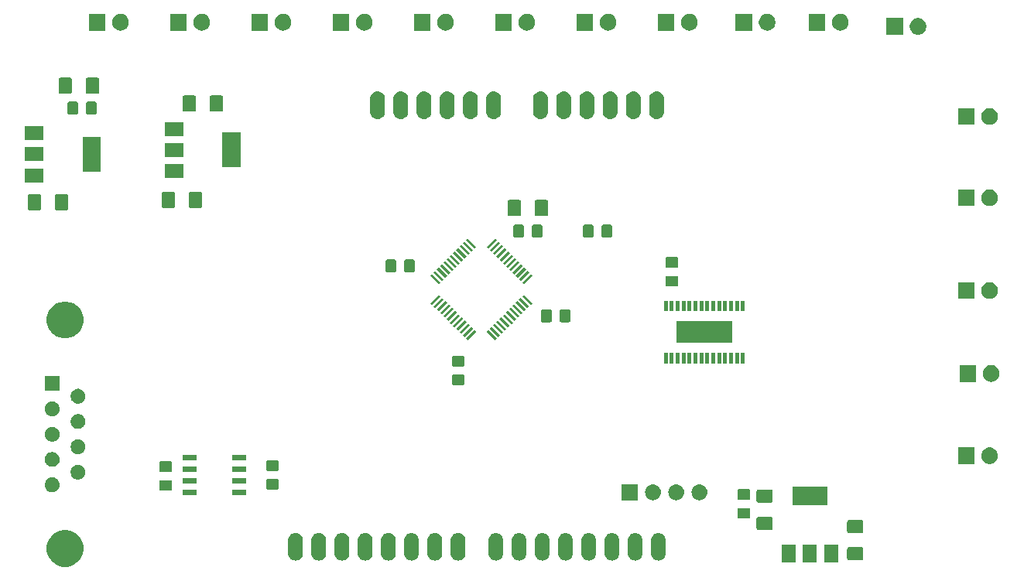
<source format=gbr>
G04 #@! TF.GenerationSoftware,KiCad,Pcbnew,(5.0.2)-1*
G04 #@! TF.CreationDate,2019-03-12T15:58:17+02:00*
G04 #@! TF.ProjectId,ev19dashboardv1,65763139-6461-4736-9862-6f6172647631,rev?*
G04 #@! TF.SameCoordinates,Original*
G04 #@! TF.FileFunction,Soldermask,Top*
G04 #@! TF.FilePolarity,Negative*
%FSLAX46Y46*%
G04 Gerber Fmt 4.6, Leading zero omitted, Abs format (unit mm)*
G04 Created by KiCad (PCBNEW (5.0.2)-1) date 3/12/2019 3:58:17 PM*
%MOMM*%
%LPD*%
G01*
G04 APERTURE LIST*
%ADD10C,0.100000*%
G04 APERTURE END LIST*
D10*
G36*
X99826496Y-91197443D02*
X100192292Y-91348961D01*
X100521501Y-91568931D01*
X100801469Y-91848899D01*
X101021439Y-92178108D01*
X101172957Y-92543904D01*
X101250200Y-92932232D01*
X101250200Y-93328168D01*
X101172957Y-93716496D01*
X101021439Y-94082292D01*
X100801469Y-94411501D01*
X100521501Y-94691469D01*
X100192292Y-94911439D01*
X99826496Y-95062957D01*
X99438168Y-95140200D01*
X99042232Y-95140200D01*
X98653904Y-95062957D01*
X98288108Y-94911439D01*
X97958899Y-94691469D01*
X97678931Y-94411501D01*
X97458961Y-94082292D01*
X97307443Y-93716496D01*
X97230200Y-93328168D01*
X97230200Y-92932232D01*
X97307443Y-92543904D01*
X97458961Y-92178108D01*
X97678931Y-91848899D01*
X97958899Y-91568931D01*
X98288108Y-91348961D01*
X98653904Y-91197443D01*
X99042232Y-91120200D01*
X99438168Y-91120200D01*
X99826496Y-91197443D01*
X99826496Y-91197443D01*
G37*
G36*
X183781000Y-94711000D02*
X182261000Y-94711000D01*
X182261000Y-92691000D01*
X183781000Y-92691000D01*
X183781000Y-94711000D01*
X183781000Y-94711000D01*
G37*
G36*
X179181000Y-94711000D02*
X177661000Y-94711000D01*
X177661000Y-92691000D01*
X179181000Y-92691000D01*
X179181000Y-94711000D01*
X179181000Y-94711000D01*
G37*
G36*
X181481000Y-94711000D02*
X179961000Y-94711000D01*
X179961000Y-92691000D01*
X181481000Y-92691000D01*
X181481000Y-94711000D01*
X181481000Y-94711000D01*
G37*
G36*
X137288787Y-91461720D02*
X137441472Y-91508037D01*
X137582188Y-91583251D01*
X137705528Y-91684472D01*
X137806749Y-91807811D01*
X137881963Y-91948527D01*
X137928280Y-92101212D01*
X137940000Y-92220209D01*
X137940000Y-93699791D01*
X137928280Y-93818788D01*
X137881963Y-93971473D01*
X137806749Y-94112189D01*
X137705528Y-94235528D01*
X137582189Y-94336749D01*
X137441473Y-94411963D01*
X137288788Y-94458280D01*
X137130000Y-94473919D01*
X136971213Y-94458280D01*
X136818528Y-94411963D01*
X136677812Y-94336749D01*
X136554473Y-94235528D01*
X136453252Y-94112189D01*
X136378038Y-93971473D01*
X136331721Y-93818788D01*
X136320001Y-93699791D01*
X136320000Y-92220210D01*
X136331720Y-92101213D01*
X136378037Y-91948528D01*
X136453251Y-91807812D01*
X136554472Y-91684472D01*
X136677811Y-91583251D01*
X136818527Y-91508037D01*
X136971212Y-91461720D01*
X137130000Y-91446081D01*
X137288787Y-91461720D01*
X137288787Y-91461720D01*
G37*
G36*
X127148787Y-91461720D02*
X127301472Y-91508037D01*
X127442188Y-91583251D01*
X127565528Y-91684472D01*
X127666749Y-91807811D01*
X127741963Y-91948527D01*
X127788280Y-92101212D01*
X127800000Y-92220209D01*
X127800000Y-93699791D01*
X127788280Y-93818788D01*
X127741963Y-93971473D01*
X127666749Y-94112189D01*
X127565528Y-94235528D01*
X127442189Y-94336749D01*
X127301473Y-94411963D01*
X127148788Y-94458280D01*
X126990000Y-94473919D01*
X126831213Y-94458280D01*
X126678528Y-94411963D01*
X126537812Y-94336749D01*
X126414473Y-94235528D01*
X126313252Y-94112189D01*
X126238038Y-93971473D01*
X126191721Y-93818788D01*
X126180001Y-93699791D01*
X126180000Y-92220210D01*
X126191720Y-92101213D01*
X126238037Y-91948528D01*
X126313251Y-91807812D01*
X126414472Y-91684472D01*
X126537811Y-91583251D01*
X126678527Y-91508037D01*
X126831212Y-91461720D01*
X126990000Y-91446081D01*
X127148787Y-91461720D01*
X127148787Y-91461720D01*
G37*
G36*
X129688787Y-91461720D02*
X129841472Y-91508037D01*
X129982188Y-91583251D01*
X130105528Y-91684472D01*
X130206749Y-91807811D01*
X130281963Y-91948527D01*
X130328280Y-92101212D01*
X130340000Y-92220209D01*
X130340000Y-93699791D01*
X130328280Y-93818788D01*
X130281963Y-93971473D01*
X130206749Y-94112189D01*
X130105528Y-94235528D01*
X129982189Y-94336749D01*
X129841473Y-94411963D01*
X129688788Y-94458280D01*
X129530000Y-94473919D01*
X129371213Y-94458280D01*
X129218528Y-94411963D01*
X129077812Y-94336749D01*
X128954473Y-94235528D01*
X128853252Y-94112189D01*
X128778038Y-93971473D01*
X128731721Y-93818788D01*
X128720001Y-93699791D01*
X128720000Y-92220210D01*
X128731720Y-92101213D01*
X128778037Y-91948528D01*
X128853251Y-91807812D01*
X128954472Y-91684472D01*
X129077811Y-91583251D01*
X129218527Y-91508037D01*
X129371212Y-91461720D01*
X129530000Y-91446081D01*
X129688787Y-91461720D01*
X129688787Y-91461720D01*
G37*
G36*
X132228787Y-91461720D02*
X132381472Y-91508037D01*
X132522188Y-91583251D01*
X132645528Y-91684472D01*
X132746749Y-91807811D01*
X132821963Y-91948527D01*
X132868280Y-92101212D01*
X132880000Y-92220209D01*
X132880000Y-93699791D01*
X132868280Y-93818788D01*
X132821963Y-93971473D01*
X132746749Y-94112189D01*
X132645528Y-94235528D01*
X132522189Y-94336749D01*
X132381473Y-94411963D01*
X132228788Y-94458280D01*
X132070000Y-94473919D01*
X131911213Y-94458280D01*
X131758528Y-94411963D01*
X131617812Y-94336749D01*
X131494473Y-94235528D01*
X131393252Y-94112189D01*
X131318038Y-93971473D01*
X131271721Y-93818788D01*
X131260001Y-93699791D01*
X131260000Y-92220210D01*
X131271720Y-92101213D01*
X131318037Y-91948528D01*
X131393251Y-91807812D01*
X131494472Y-91684472D01*
X131617811Y-91583251D01*
X131758527Y-91508037D01*
X131911212Y-91461720D01*
X132070000Y-91446081D01*
X132228787Y-91461720D01*
X132228787Y-91461720D01*
G37*
G36*
X134768787Y-91461720D02*
X134921472Y-91508037D01*
X135062188Y-91583251D01*
X135185528Y-91684472D01*
X135286749Y-91807811D01*
X135361963Y-91948527D01*
X135408280Y-92101212D01*
X135420000Y-92220209D01*
X135420000Y-93699791D01*
X135408280Y-93818788D01*
X135361963Y-93971473D01*
X135286749Y-94112189D01*
X135185528Y-94235528D01*
X135062189Y-94336749D01*
X134921473Y-94411963D01*
X134768788Y-94458280D01*
X134610000Y-94473919D01*
X134451213Y-94458280D01*
X134298528Y-94411963D01*
X134157812Y-94336749D01*
X134034473Y-94235528D01*
X133933252Y-94112189D01*
X133858038Y-93971473D01*
X133811721Y-93818788D01*
X133800001Y-93699791D01*
X133800000Y-92220210D01*
X133811720Y-92101213D01*
X133858037Y-91948528D01*
X133933251Y-91807812D01*
X134034472Y-91684472D01*
X134157811Y-91583251D01*
X134298527Y-91508037D01*
X134451212Y-91461720D01*
X134610000Y-91446081D01*
X134768787Y-91461720D01*
X134768787Y-91461720D01*
G37*
G36*
X139848787Y-91461720D02*
X140001472Y-91508037D01*
X140142188Y-91583251D01*
X140265528Y-91684472D01*
X140366749Y-91807811D01*
X140441963Y-91948527D01*
X140488280Y-92101212D01*
X140500000Y-92220209D01*
X140500000Y-93699791D01*
X140488280Y-93818788D01*
X140441963Y-93971473D01*
X140366749Y-94112189D01*
X140265528Y-94235528D01*
X140142189Y-94336749D01*
X140001473Y-94411963D01*
X139848788Y-94458280D01*
X139690000Y-94473919D01*
X139531213Y-94458280D01*
X139378528Y-94411963D01*
X139237812Y-94336749D01*
X139114473Y-94235528D01*
X139013252Y-94112189D01*
X138938038Y-93971473D01*
X138891721Y-93818788D01*
X138880001Y-93699791D01*
X138880000Y-92220210D01*
X138891720Y-92101213D01*
X138938037Y-91948528D01*
X139013251Y-91807812D01*
X139114472Y-91684472D01*
X139237811Y-91583251D01*
X139378527Y-91508037D01*
X139531212Y-91461720D01*
X139690000Y-91446081D01*
X139848787Y-91461720D01*
X139848787Y-91461720D01*
G37*
G36*
X142388787Y-91461720D02*
X142541472Y-91508037D01*
X142682188Y-91583251D01*
X142805528Y-91684472D01*
X142906749Y-91807811D01*
X142981963Y-91948527D01*
X143028280Y-92101212D01*
X143040000Y-92220209D01*
X143040000Y-93699791D01*
X143028280Y-93818788D01*
X142981963Y-93971473D01*
X142906749Y-94112189D01*
X142805528Y-94235528D01*
X142682189Y-94336749D01*
X142541473Y-94411963D01*
X142388788Y-94458280D01*
X142230000Y-94473919D01*
X142071213Y-94458280D01*
X141918528Y-94411963D01*
X141777812Y-94336749D01*
X141654473Y-94235528D01*
X141553252Y-94112189D01*
X141478038Y-93971473D01*
X141431721Y-93818788D01*
X141420001Y-93699791D01*
X141420000Y-92220210D01*
X141431720Y-92101213D01*
X141478037Y-91948528D01*
X141553251Y-91807812D01*
X141654472Y-91684472D01*
X141777811Y-91583251D01*
X141918527Y-91508037D01*
X142071212Y-91461720D01*
X142230000Y-91446081D01*
X142388787Y-91461720D01*
X142388787Y-91461720D01*
G37*
G36*
X146518787Y-91461720D02*
X146671472Y-91508037D01*
X146812188Y-91583251D01*
X146935528Y-91684472D01*
X147036749Y-91807811D01*
X147111963Y-91948527D01*
X147158280Y-92101212D01*
X147170000Y-92220209D01*
X147170000Y-93699791D01*
X147158280Y-93818788D01*
X147111963Y-93971473D01*
X147036749Y-94112189D01*
X146935528Y-94235528D01*
X146812189Y-94336749D01*
X146671473Y-94411963D01*
X146518788Y-94458280D01*
X146360000Y-94473919D01*
X146201213Y-94458280D01*
X146048528Y-94411963D01*
X145907812Y-94336749D01*
X145784473Y-94235528D01*
X145683252Y-94112189D01*
X145608038Y-93971473D01*
X145561721Y-93818788D01*
X145550001Y-93699791D01*
X145550000Y-92220210D01*
X145561720Y-92101213D01*
X145608037Y-91948528D01*
X145683251Y-91807812D01*
X145784472Y-91684472D01*
X145907811Y-91583251D01*
X146048527Y-91508037D01*
X146201212Y-91461720D01*
X146360000Y-91446081D01*
X146518787Y-91461720D01*
X146518787Y-91461720D01*
G37*
G36*
X149058787Y-91461720D02*
X149211472Y-91508037D01*
X149352188Y-91583251D01*
X149475528Y-91684472D01*
X149576749Y-91807811D01*
X149651963Y-91948527D01*
X149698280Y-92101212D01*
X149710000Y-92220209D01*
X149710000Y-93699791D01*
X149698280Y-93818788D01*
X149651963Y-93971473D01*
X149576749Y-94112189D01*
X149475528Y-94235528D01*
X149352189Y-94336749D01*
X149211473Y-94411963D01*
X149058788Y-94458280D01*
X148900000Y-94473919D01*
X148741213Y-94458280D01*
X148588528Y-94411963D01*
X148447812Y-94336749D01*
X148324473Y-94235528D01*
X148223252Y-94112189D01*
X148148038Y-93971473D01*
X148101721Y-93818788D01*
X148090001Y-93699791D01*
X148090000Y-92220210D01*
X148101720Y-92101213D01*
X148148037Y-91948528D01*
X148223251Y-91807812D01*
X148324472Y-91684472D01*
X148447811Y-91583251D01*
X148588527Y-91508037D01*
X148741212Y-91461720D01*
X148900000Y-91446081D01*
X149058787Y-91461720D01*
X149058787Y-91461720D01*
G37*
G36*
X151598787Y-91461720D02*
X151751472Y-91508037D01*
X151892188Y-91583251D01*
X152015528Y-91684472D01*
X152116749Y-91807811D01*
X152191963Y-91948527D01*
X152238280Y-92101212D01*
X152250000Y-92220209D01*
X152250000Y-93699791D01*
X152238280Y-93818788D01*
X152191963Y-93971473D01*
X152116749Y-94112189D01*
X152015528Y-94235528D01*
X151892189Y-94336749D01*
X151751473Y-94411963D01*
X151598788Y-94458280D01*
X151440000Y-94473919D01*
X151281213Y-94458280D01*
X151128528Y-94411963D01*
X150987812Y-94336749D01*
X150864473Y-94235528D01*
X150763252Y-94112189D01*
X150688038Y-93971473D01*
X150641721Y-93818788D01*
X150630001Y-93699791D01*
X150630000Y-92220210D01*
X150641720Y-92101213D01*
X150688037Y-91948528D01*
X150763251Y-91807812D01*
X150864472Y-91684472D01*
X150987811Y-91583251D01*
X151128527Y-91508037D01*
X151281212Y-91461720D01*
X151440000Y-91446081D01*
X151598787Y-91461720D01*
X151598787Y-91461720D01*
G37*
G36*
X154138787Y-91461720D02*
X154291472Y-91508037D01*
X154432188Y-91583251D01*
X154555528Y-91684472D01*
X154656749Y-91807811D01*
X154731963Y-91948527D01*
X154778280Y-92101212D01*
X154790000Y-92220209D01*
X154790000Y-93699791D01*
X154778280Y-93818788D01*
X154731963Y-93971473D01*
X154656749Y-94112189D01*
X154555528Y-94235528D01*
X154432189Y-94336749D01*
X154291473Y-94411963D01*
X154138788Y-94458280D01*
X153980000Y-94473919D01*
X153821213Y-94458280D01*
X153668528Y-94411963D01*
X153527812Y-94336749D01*
X153404473Y-94235528D01*
X153303252Y-94112189D01*
X153228038Y-93971473D01*
X153181721Y-93818788D01*
X153170001Y-93699791D01*
X153170000Y-92220210D01*
X153181720Y-92101213D01*
X153228037Y-91948528D01*
X153303251Y-91807812D01*
X153404472Y-91684472D01*
X153527811Y-91583251D01*
X153668527Y-91508037D01*
X153821212Y-91461720D01*
X153980000Y-91446081D01*
X154138787Y-91461720D01*
X154138787Y-91461720D01*
G37*
G36*
X156678787Y-91461720D02*
X156831472Y-91508037D01*
X156972188Y-91583251D01*
X157095528Y-91684472D01*
X157196749Y-91807811D01*
X157271963Y-91948527D01*
X157318280Y-92101212D01*
X157330000Y-92220209D01*
X157330000Y-93699791D01*
X157318280Y-93818788D01*
X157271963Y-93971473D01*
X157196749Y-94112189D01*
X157095528Y-94235528D01*
X156972189Y-94336749D01*
X156831473Y-94411963D01*
X156678788Y-94458280D01*
X156520000Y-94473919D01*
X156361213Y-94458280D01*
X156208528Y-94411963D01*
X156067812Y-94336749D01*
X155944473Y-94235528D01*
X155843252Y-94112189D01*
X155768038Y-93971473D01*
X155721721Y-93818788D01*
X155710001Y-93699791D01*
X155710000Y-92220210D01*
X155721720Y-92101213D01*
X155768037Y-91948528D01*
X155843251Y-91807812D01*
X155944472Y-91684472D01*
X156067811Y-91583251D01*
X156208527Y-91508037D01*
X156361212Y-91461720D01*
X156520000Y-91446081D01*
X156678787Y-91461720D01*
X156678787Y-91461720D01*
G37*
G36*
X159218787Y-91461720D02*
X159371472Y-91508037D01*
X159512188Y-91583251D01*
X159635528Y-91684472D01*
X159736749Y-91807811D01*
X159811963Y-91948527D01*
X159858280Y-92101212D01*
X159870000Y-92220209D01*
X159870000Y-93699791D01*
X159858280Y-93818788D01*
X159811963Y-93971473D01*
X159736749Y-94112189D01*
X159635528Y-94235528D01*
X159512189Y-94336749D01*
X159371473Y-94411963D01*
X159218788Y-94458280D01*
X159060000Y-94473919D01*
X158901213Y-94458280D01*
X158748528Y-94411963D01*
X158607812Y-94336749D01*
X158484473Y-94235528D01*
X158383252Y-94112189D01*
X158308038Y-93971473D01*
X158261721Y-93818788D01*
X158250001Y-93699791D01*
X158250000Y-92220210D01*
X158261720Y-92101213D01*
X158308037Y-91948528D01*
X158383251Y-91807812D01*
X158484472Y-91684472D01*
X158607811Y-91583251D01*
X158748527Y-91508037D01*
X158901212Y-91461720D01*
X159060000Y-91446081D01*
X159218787Y-91461720D01*
X159218787Y-91461720D01*
G37*
G36*
X161758787Y-91461720D02*
X161911472Y-91508037D01*
X162052188Y-91583251D01*
X162175528Y-91684472D01*
X162276749Y-91807811D01*
X162351963Y-91948527D01*
X162398280Y-92101212D01*
X162410000Y-92220209D01*
X162410000Y-93699791D01*
X162398280Y-93818788D01*
X162351963Y-93971473D01*
X162276749Y-94112189D01*
X162175528Y-94235528D01*
X162052189Y-94336749D01*
X161911473Y-94411963D01*
X161758788Y-94458280D01*
X161600000Y-94473919D01*
X161441213Y-94458280D01*
X161288528Y-94411963D01*
X161147812Y-94336749D01*
X161024473Y-94235528D01*
X160923252Y-94112189D01*
X160848038Y-93971473D01*
X160801721Y-93818788D01*
X160790001Y-93699791D01*
X160790000Y-92220210D01*
X160801720Y-92101213D01*
X160848037Y-91948528D01*
X160923251Y-91807812D01*
X161024472Y-91684472D01*
X161147811Y-91583251D01*
X161288527Y-91508037D01*
X161441212Y-91461720D01*
X161600000Y-91446081D01*
X161758787Y-91461720D01*
X161758787Y-91461720D01*
G37*
G36*
X164298787Y-91461720D02*
X164451472Y-91508037D01*
X164592188Y-91583251D01*
X164715528Y-91684472D01*
X164816749Y-91807811D01*
X164891963Y-91948527D01*
X164938280Y-92101212D01*
X164950000Y-92220209D01*
X164950000Y-93699791D01*
X164938280Y-93818788D01*
X164891963Y-93971473D01*
X164816749Y-94112189D01*
X164715528Y-94235528D01*
X164592189Y-94336749D01*
X164451473Y-94411963D01*
X164298788Y-94458280D01*
X164140000Y-94473919D01*
X163981213Y-94458280D01*
X163828528Y-94411963D01*
X163687812Y-94336749D01*
X163564473Y-94235528D01*
X163463252Y-94112189D01*
X163388038Y-93971473D01*
X163341721Y-93818788D01*
X163330001Y-93699791D01*
X163330000Y-92220210D01*
X163341720Y-92101213D01*
X163388037Y-91948528D01*
X163463251Y-91807812D01*
X163564472Y-91684472D01*
X163687811Y-91583251D01*
X163828527Y-91508037D01*
X163981212Y-91461720D01*
X164140000Y-91446081D01*
X164298787Y-91461720D01*
X164298787Y-91461720D01*
G37*
G36*
X124608787Y-91461720D02*
X124761472Y-91508037D01*
X124902188Y-91583251D01*
X125025528Y-91684472D01*
X125126749Y-91807811D01*
X125201963Y-91948527D01*
X125248280Y-92101212D01*
X125260000Y-92220209D01*
X125260000Y-93699791D01*
X125248280Y-93818788D01*
X125201963Y-93971473D01*
X125126749Y-94112189D01*
X125025528Y-94235528D01*
X124902189Y-94336749D01*
X124761473Y-94411963D01*
X124608788Y-94458280D01*
X124450000Y-94473919D01*
X124291213Y-94458280D01*
X124138528Y-94411963D01*
X123997812Y-94336749D01*
X123874473Y-94235528D01*
X123773252Y-94112189D01*
X123698038Y-93971473D01*
X123651721Y-93818788D01*
X123640001Y-93699791D01*
X123640000Y-92220210D01*
X123651720Y-92101213D01*
X123698037Y-91948528D01*
X123773251Y-91807812D01*
X123874472Y-91684472D01*
X123997811Y-91583251D01*
X124138527Y-91508037D01*
X124291212Y-91461720D01*
X124450000Y-91446081D01*
X124608787Y-91461720D01*
X124608787Y-91461720D01*
G37*
G36*
X186394690Y-93007782D02*
X186432899Y-93019372D01*
X186468110Y-93038194D01*
X186498976Y-93063524D01*
X186524306Y-93094390D01*
X186543128Y-93129601D01*
X186554718Y-93167810D01*
X186559000Y-93211289D01*
X186559000Y-94240711D01*
X186554718Y-94284190D01*
X186543128Y-94322399D01*
X186524306Y-94357610D01*
X186498976Y-94388476D01*
X186468110Y-94413806D01*
X186432899Y-94432628D01*
X186394690Y-94444218D01*
X186351211Y-94448500D01*
X184996789Y-94448500D01*
X184953310Y-94444218D01*
X184915101Y-94432628D01*
X184879890Y-94413806D01*
X184849024Y-94388476D01*
X184823694Y-94357610D01*
X184804872Y-94322399D01*
X184793282Y-94284190D01*
X184789000Y-94240711D01*
X184789000Y-93211289D01*
X184793282Y-93167810D01*
X184804872Y-93129601D01*
X184823694Y-93094390D01*
X184849024Y-93063524D01*
X184879890Y-93038194D01*
X184915101Y-93019372D01*
X184953310Y-93007782D01*
X184996789Y-93003500D01*
X186351211Y-93003500D01*
X186394690Y-93007782D01*
X186394690Y-93007782D01*
G37*
G36*
X186394690Y-90032782D02*
X186432899Y-90044372D01*
X186468110Y-90063194D01*
X186498976Y-90088524D01*
X186524306Y-90119390D01*
X186543128Y-90154601D01*
X186554718Y-90192810D01*
X186559000Y-90236289D01*
X186559000Y-91265711D01*
X186554718Y-91309190D01*
X186543128Y-91347399D01*
X186524306Y-91382610D01*
X186498976Y-91413476D01*
X186468110Y-91438806D01*
X186432899Y-91457628D01*
X186394690Y-91469218D01*
X186351211Y-91473500D01*
X184996789Y-91473500D01*
X184953310Y-91469218D01*
X184915101Y-91457628D01*
X184879890Y-91438806D01*
X184849024Y-91413476D01*
X184823694Y-91382610D01*
X184804872Y-91347399D01*
X184793282Y-91309190D01*
X184789000Y-91265711D01*
X184789000Y-90236289D01*
X184793282Y-90192810D01*
X184804872Y-90154601D01*
X184823694Y-90119390D01*
X184849024Y-90088524D01*
X184879890Y-90063194D01*
X184915101Y-90044372D01*
X184953310Y-90032782D01*
X184996789Y-90028500D01*
X186351211Y-90028500D01*
X186394690Y-90032782D01*
X186394690Y-90032782D01*
G37*
G36*
X176488690Y-89669282D02*
X176526899Y-89680872D01*
X176562110Y-89699694D01*
X176592976Y-89725024D01*
X176618306Y-89755890D01*
X176637128Y-89791101D01*
X176648718Y-89829310D01*
X176653000Y-89872789D01*
X176653000Y-90902211D01*
X176648718Y-90945690D01*
X176637128Y-90983899D01*
X176618306Y-91019110D01*
X176592976Y-91049976D01*
X176562110Y-91075306D01*
X176526899Y-91094128D01*
X176488690Y-91105718D01*
X176445211Y-91110000D01*
X175090789Y-91110000D01*
X175047310Y-91105718D01*
X175009101Y-91094128D01*
X174973890Y-91075306D01*
X174943024Y-91049976D01*
X174917694Y-91019110D01*
X174898872Y-90983899D01*
X174887282Y-90945690D01*
X174883000Y-90902211D01*
X174883000Y-89872789D01*
X174887282Y-89829310D01*
X174898872Y-89791101D01*
X174917694Y-89755890D01*
X174943024Y-89725024D01*
X174973890Y-89699694D01*
X175009101Y-89680872D01*
X175047310Y-89669282D01*
X175090789Y-89665000D01*
X176445211Y-89665000D01*
X176488690Y-89669282D01*
X176488690Y-89669282D01*
G37*
G36*
X174021869Y-88709421D02*
X174061435Y-88721423D01*
X174097895Y-88740912D01*
X174129857Y-88767143D01*
X174156088Y-88799105D01*
X174175577Y-88835565D01*
X174187579Y-88875131D01*
X174192000Y-88920020D01*
X174192000Y-89659980D01*
X174187579Y-89704869D01*
X174175577Y-89744435D01*
X174156088Y-89780895D01*
X174129857Y-89812857D01*
X174097895Y-89839088D01*
X174061435Y-89858577D01*
X174021869Y-89870579D01*
X173976980Y-89875000D01*
X172987020Y-89875000D01*
X172942131Y-89870579D01*
X172902565Y-89858577D01*
X172866105Y-89839088D01*
X172834143Y-89812857D01*
X172807912Y-89780895D01*
X172788423Y-89744435D01*
X172776421Y-89704869D01*
X172772000Y-89659980D01*
X172772000Y-88920020D01*
X172776421Y-88875131D01*
X172788423Y-88835565D01*
X172807912Y-88799105D01*
X172834143Y-88767143D01*
X172866105Y-88740912D01*
X172902565Y-88721423D01*
X172942131Y-88709421D01*
X172987020Y-88705000D01*
X173976980Y-88705000D01*
X174021869Y-88709421D01*
X174021869Y-88709421D01*
G37*
G36*
X182631000Y-88411000D02*
X178811000Y-88411000D01*
X178811000Y-86391000D01*
X182631000Y-86391000D01*
X182631000Y-88411000D01*
X182631000Y-88411000D01*
G37*
G36*
X176488690Y-86694282D02*
X176526899Y-86705872D01*
X176562110Y-86724694D01*
X176592976Y-86750024D01*
X176618306Y-86780890D01*
X176637128Y-86816101D01*
X176648718Y-86854310D01*
X176653000Y-86897789D01*
X176653000Y-87927211D01*
X176648718Y-87970690D01*
X176637128Y-88008899D01*
X176618306Y-88044110D01*
X176592976Y-88074976D01*
X176562110Y-88100306D01*
X176526899Y-88119128D01*
X176488690Y-88130718D01*
X176445211Y-88135000D01*
X175090789Y-88135000D01*
X175047310Y-88130718D01*
X175009101Y-88119128D01*
X174973890Y-88100306D01*
X174943024Y-88074976D01*
X174917694Y-88044110D01*
X174898872Y-88008899D01*
X174887282Y-87970690D01*
X174883000Y-87927211D01*
X174883000Y-86897789D01*
X174887282Y-86854310D01*
X174898872Y-86816101D01*
X174917694Y-86780890D01*
X174943024Y-86750024D01*
X174973890Y-86724694D01*
X175009101Y-86705872D01*
X175047310Y-86694282D01*
X175090789Y-86690000D01*
X176445211Y-86690000D01*
X176488690Y-86694282D01*
X176488690Y-86694282D01*
G37*
G36*
X161860000Y-87860000D02*
X160140000Y-87860000D01*
X160140000Y-86140000D01*
X161860000Y-86140000D01*
X161860000Y-87860000D01*
X161860000Y-87860000D01*
G37*
G36*
X166248589Y-86152444D02*
X166410700Y-86201619D01*
X166560102Y-86281476D01*
X166691054Y-86388946D01*
X166798524Y-86519898D01*
X166878381Y-86669300D01*
X166927556Y-86831411D01*
X166944161Y-87000000D01*
X166927556Y-87168589D01*
X166878381Y-87330700D01*
X166798524Y-87480102D01*
X166691054Y-87611054D01*
X166560102Y-87718524D01*
X166410700Y-87798381D01*
X166248589Y-87847556D01*
X166122246Y-87860000D01*
X166037754Y-87860000D01*
X165911411Y-87847556D01*
X165749300Y-87798381D01*
X165599898Y-87718524D01*
X165468946Y-87611054D01*
X165361476Y-87480102D01*
X165281619Y-87330700D01*
X165232444Y-87168589D01*
X165215839Y-87000000D01*
X165232444Y-86831411D01*
X165281619Y-86669300D01*
X165361476Y-86519898D01*
X165468946Y-86388946D01*
X165599898Y-86281476D01*
X165749300Y-86201619D01*
X165911411Y-86152444D01*
X166037754Y-86140000D01*
X166122246Y-86140000D01*
X166248589Y-86152444D01*
X166248589Y-86152444D01*
G37*
G36*
X168788589Y-86152444D02*
X168950700Y-86201619D01*
X169100102Y-86281476D01*
X169231054Y-86388946D01*
X169338524Y-86519898D01*
X169418381Y-86669300D01*
X169467556Y-86831411D01*
X169484161Y-87000000D01*
X169467556Y-87168589D01*
X169418381Y-87330700D01*
X169338524Y-87480102D01*
X169231054Y-87611054D01*
X169100102Y-87718524D01*
X168950700Y-87798381D01*
X168788589Y-87847556D01*
X168662246Y-87860000D01*
X168577754Y-87860000D01*
X168451411Y-87847556D01*
X168289300Y-87798381D01*
X168139898Y-87718524D01*
X168008946Y-87611054D01*
X167901476Y-87480102D01*
X167821619Y-87330700D01*
X167772444Y-87168589D01*
X167755839Y-87000000D01*
X167772444Y-86831411D01*
X167821619Y-86669300D01*
X167901476Y-86519898D01*
X168008946Y-86388946D01*
X168139898Y-86281476D01*
X168289300Y-86201619D01*
X168451411Y-86152444D01*
X168577754Y-86140000D01*
X168662246Y-86140000D01*
X168788589Y-86152444D01*
X168788589Y-86152444D01*
G37*
G36*
X163708589Y-86152444D02*
X163870700Y-86201619D01*
X164020102Y-86281476D01*
X164151054Y-86388946D01*
X164258524Y-86519898D01*
X164338381Y-86669300D01*
X164387556Y-86831411D01*
X164404161Y-87000000D01*
X164387556Y-87168589D01*
X164338381Y-87330700D01*
X164258524Y-87480102D01*
X164151054Y-87611054D01*
X164020102Y-87718524D01*
X163870700Y-87798381D01*
X163708589Y-87847556D01*
X163582246Y-87860000D01*
X163497754Y-87860000D01*
X163371411Y-87847556D01*
X163209300Y-87798381D01*
X163059898Y-87718524D01*
X162928946Y-87611054D01*
X162821476Y-87480102D01*
X162741619Y-87330700D01*
X162692444Y-87168589D01*
X162675839Y-87000000D01*
X162692444Y-86831411D01*
X162741619Y-86669300D01*
X162821476Y-86519898D01*
X162928946Y-86388946D01*
X163059898Y-86281476D01*
X163209300Y-86201619D01*
X163371411Y-86152444D01*
X163497754Y-86140000D01*
X163582246Y-86140000D01*
X163708589Y-86152444D01*
X163708589Y-86152444D01*
G37*
G36*
X174021869Y-86659421D02*
X174061435Y-86671423D01*
X174097895Y-86690912D01*
X174129857Y-86717143D01*
X174156088Y-86749105D01*
X174175577Y-86785565D01*
X174187579Y-86825131D01*
X174192000Y-86870020D01*
X174192000Y-87609980D01*
X174187579Y-87654869D01*
X174175577Y-87694435D01*
X174156088Y-87730895D01*
X174129857Y-87762857D01*
X174097895Y-87789088D01*
X174061435Y-87808577D01*
X174021869Y-87820579D01*
X173976980Y-87825000D01*
X172987020Y-87825000D01*
X172942131Y-87820579D01*
X172902565Y-87808577D01*
X172866105Y-87789088D01*
X172834143Y-87762857D01*
X172807912Y-87730895D01*
X172788423Y-87694435D01*
X172776421Y-87654869D01*
X172772000Y-87609980D01*
X172772000Y-86870020D01*
X172776421Y-86825131D01*
X172788423Y-86785565D01*
X172807912Y-86749105D01*
X172834143Y-86717143D01*
X172866105Y-86690912D01*
X172902565Y-86671423D01*
X172942131Y-86659421D01*
X172987020Y-86655000D01*
X173976980Y-86655000D01*
X174021869Y-86659421D01*
X174021869Y-86659421D01*
G37*
G36*
X119055000Y-87305000D02*
X117485000Y-87305000D01*
X117485000Y-86685000D01*
X119055000Y-86685000D01*
X119055000Y-87305000D01*
X119055000Y-87305000D01*
G37*
G36*
X113655000Y-87305000D02*
X112085000Y-87305000D01*
X112085000Y-86685000D01*
X113655000Y-86685000D01*
X113655000Y-87305000D01*
X113655000Y-87305000D01*
G37*
G36*
X97938834Y-85367929D02*
X98056466Y-85391327D01*
X98056469Y-85391328D01*
X98056468Y-85391328D01*
X98203879Y-85452388D01*
X98203882Y-85452390D01*
X98336542Y-85541029D01*
X98449371Y-85653858D01*
X98503404Y-85734726D01*
X98538012Y-85786521D01*
X98554833Y-85827131D01*
X98599073Y-85933934D01*
X98630200Y-86090423D01*
X98630200Y-86249977D01*
X98599073Y-86406466D01*
X98599072Y-86406468D01*
X98538012Y-86553879D01*
X98538010Y-86553882D01*
X98449371Y-86686542D01*
X98336542Y-86799371D01*
X98230806Y-86870020D01*
X98203879Y-86888012D01*
X98083693Y-86937795D01*
X98056466Y-86949073D01*
X97938834Y-86972471D01*
X97899978Y-86980200D01*
X97740422Y-86980200D01*
X97701566Y-86972471D01*
X97583934Y-86949073D01*
X97556707Y-86937795D01*
X97436521Y-86888012D01*
X97409594Y-86870020D01*
X97303858Y-86799371D01*
X97191029Y-86686542D01*
X97102390Y-86553882D01*
X97102388Y-86553879D01*
X97041328Y-86406468D01*
X97041327Y-86406466D01*
X97010200Y-86249977D01*
X97010200Y-86090423D01*
X97041327Y-85933934D01*
X97085567Y-85827131D01*
X97102388Y-85786521D01*
X97136996Y-85734726D01*
X97191029Y-85653858D01*
X97303858Y-85541029D01*
X97436518Y-85452390D01*
X97436521Y-85452388D01*
X97583932Y-85391328D01*
X97583931Y-85391328D01*
X97583934Y-85391327D01*
X97701566Y-85367929D01*
X97740422Y-85360200D01*
X97899978Y-85360200D01*
X97938834Y-85367929D01*
X97938834Y-85367929D01*
G37*
G36*
X110775869Y-85661421D02*
X110815435Y-85673423D01*
X110851895Y-85692912D01*
X110883857Y-85719143D01*
X110910088Y-85751105D01*
X110929577Y-85787565D01*
X110941579Y-85827131D01*
X110946000Y-85872020D01*
X110946000Y-86611980D01*
X110941579Y-86656869D01*
X110929577Y-86696435D01*
X110910088Y-86732895D01*
X110883857Y-86764857D01*
X110851895Y-86791088D01*
X110815435Y-86810577D01*
X110775869Y-86822579D01*
X110730980Y-86827000D01*
X109741020Y-86827000D01*
X109696131Y-86822579D01*
X109656565Y-86810577D01*
X109620105Y-86791088D01*
X109588143Y-86764857D01*
X109561912Y-86732895D01*
X109542423Y-86696435D01*
X109530421Y-86656869D01*
X109526000Y-86611980D01*
X109526000Y-85872020D01*
X109530421Y-85827131D01*
X109542423Y-85787565D01*
X109561912Y-85751105D01*
X109588143Y-85719143D01*
X109620105Y-85692912D01*
X109656565Y-85673423D01*
X109696131Y-85661421D01*
X109741020Y-85657000D01*
X110730980Y-85657000D01*
X110775869Y-85661421D01*
X110775869Y-85661421D01*
G37*
G36*
X122459869Y-85534421D02*
X122499435Y-85546423D01*
X122535895Y-85565912D01*
X122567857Y-85592143D01*
X122594088Y-85624105D01*
X122613577Y-85660565D01*
X122625579Y-85700131D01*
X122630000Y-85745020D01*
X122630000Y-86484980D01*
X122625579Y-86529869D01*
X122613577Y-86569435D01*
X122594088Y-86605895D01*
X122567857Y-86637857D01*
X122535895Y-86664088D01*
X122499435Y-86683577D01*
X122459869Y-86695579D01*
X122414980Y-86700000D01*
X121425020Y-86700000D01*
X121380131Y-86695579D01*
X121340565Y-86683577D01*
X121304105Y-86664088D01*
X121272143Y-86637857D01*
X121245912Y-86605895D01*
X121226423Y-86569435D01*
X121214421Y-86529869D01*
X121210000Y-86484980D01*
X121210000Y-85745020D01*
X121214421Y-85700131D01*
X121226423Y-85660565D01*
X121245912Y-85624105D01*
X121272143Y-85592143D01*
X121304105Y-85565912D01*
X121340565Y-85546423D01*
X121380131Y-85534421D01*
X121425020Y-85530000D01*
X122414980Y-85530000D01*
X122459869Y-85534421D01*
X122459869Y-85534421D01*
G37*
G36*
X113655000Y-86035000D02*
X112085000Y-86035000D01*
X112085000Y-85415000D01*
X113655000Y-85415000D01*
X113655000Y-86035000D01*
X113655000Y-86035000D01*
G37*
G36*
X119055000Y-86035000D02*
X117485000Y-86035000D01*
X117485000Y-85415000D01*
X119055000Y-85415000D01*
X119055000Y-86035000D01*
X119055000Y-86035000D01*
G37*
G36*
X100778834Y-83982929D02*
X100896466Y-84006327D01*
X100896469Y-84006328D01*
X100896468Y-84006328D01*
X101043879Y-84067388D01*
X101043882Y-84067390D01*
X101176542Y-84156029D01*
X101289371Y-84268858D01*
X101374091Y-84395653D01*
X101378012Y-84401521D01*
X101391871Y-84434980D01*
X101439073Y-84548934D01*
X101470200Y-84705423D01*
X101470200Y-84864977D01*
X101439073Y-85021466D01*
X101439072Y-85021468D01*
X101378012Y-85168879D01*
X101378010Y-85168882D01*
X101289371Y-85301542D01*
X101176542Y-85414371D01*
X101043882Y-85503010D01*
X101043879Y-85503012D01*
X100968051Y-85534421D01*
X100896466Y-85564073D01*
X100778834Y-85587471D01*
X100739978Y-85595200D01*
X100580422Y-85595200D01*
X100541566Y-85587471D01*
X100423934Y-85564073D01*
X100352349Y-85534421D01*
X100276521Y-85503012D01*
X100276518Y-85503010D01*
X100143858Y-85414371D01*
X100031029Y-85301542D01*
X99942390Y-85168882D01*
X99942388Y-85168879D01*
X99881328Y-85021468D01*
X99881327Y-85021466D01*
X99850200Y-84864977D01*
X99850200Y-84705423D01*
X99881327Y-84548934D01*
X99928529Y-84434980D01*
X99942388Y-84401521D01*
X99946309Y-84395653D01*
X100031029Y-84268858D01*
X100143858Y-84156029D01*
X100276518Y-84067390D01*
X100276521Y-84067388D01*
X100423932Y-84006328D01*
X100423931Y-84006328D01*
X100423934Y-84006327D01*
X100541566Y-83982929D01*
X100580422Y-83975200D01*
X100739978Y-83975200D01*
X100778834Y-83982929D01*
X100778834Y-83982929D01*
G37*
G36*
X110775869Y-83611421D02*
X110815435Y-83623423D01*
X110851895Y-83642912D01*
X110883857Y-83669143D01*
X110910088Y-83701105D01*
X110929577Y-83737565D01*
X110941579Y-83777131D01*
X110946000Y-83822020D01*
X110946000Y-84561980D01*
X110941579Y-84606869D01*
X110929577Y-84646435D01*
X110910088Y-84682895D01*
X110883857Y-84714857D01*
X110851895Y-84741088D01*
X110815435Y-84760577D01*
X110775869Y-84772579D01*
X110730980Y-84777000D01*
X109741020Y-84777000D01*
X109696131Y-84772579D01*
X109656565Y-84760577D01*
X109620105Y-84741088D01*
X109588143Y-84714857D01*
X109561912Y-84682895D01*
X109542423Y-84646435D01*
X109530421Y-84606869D01*
X109526000Y-84561980D01*
X109526000Y-83822020D01*
X109530421Y-83777131D01*
X109542423Y-83737565D01*
X109561912Y-83701105D01*
X109588143Y-83669143D01*
X109620105Y-83642912D01*
X109656565Y-83623423D01*
X109696131Y-83611421D01*
X109741020Y-83607000D01*
X110730980Y-83607000D01*
X110775869Y-83611421D01*
X110775869Y-83611421D01*
G37*
G36*
X119055000Y-84765000D02*
X117485000Y-84765000D01*
X117485000Y-84145000D01*
X119055000Y-84145000D01*
X119055000Y-84765000D01*
X119055000Y-84765000D01*
G37*
G36*
X113655000Y-84765000D02*
X112085000Y-84765000D01*
X112085000Y-84145000D01*
X113655000Y-84145000D01*
X113655000Y-84765000D01*
X113655000Y-84765000D01*
G37*
G36*
X122459869Y-83484421D02*
X122499435Y-83496423D01*
X122535895Y-83515912D01*
X122567857Y-83542143D01*
X122594088Y-83574105D01*
X122613577Y-83610565D01*
X122625579Y-83650131D01*
X122630000Y-83695020D01*
X122630000Y-84434980D01*
X122625579Y-84479869D01*
X122613577Y-84519435D01*
X122594088Y-84555895D01*
X122567857Y-84587857D01*
X122535895Y-84614088D01*
X122499435Y-84633577D01*
X122459869Y-84645579D01*
X122414980Y-84650000D01*
X121425020Y-84650000D01*
X121380131Y-84645579D01*
X121340565Y-84633577D01*
X121304105Y-84614088D01*
X121272143Y-84587857D01*
X121245912Y-84555895D01*
X121226423Y-84519435D01*
X121214421Y-84479869D01*
X121210000Y-84434980D01*
X121210000Y-83695020D01*
X121214421Y-83650131D01*
X121226423Y-83610565D01*
X121245912Y-83574105D01*
X121272143Y-83542143D01*
X121304105Y-83515912D01*
X121340565Y-83496423D01*
X121380131Y-83484421D01*
X121425020Y-83480000D01*
X122414980Y-83480000D01*
X122459869Y-83484421D01*
X122459869Y-83484421D01*
G37*
G36*
X97938834Y-82597929D02*
X98056466Y-82621327D01*
X98056469Y-82621328D01*
X98056468Y-82621328D01*
X98203879Y-82682388D01*
X98203882Y-82682390D01*
X98336542Y-82771029D01*
X98449371Y-82883858D01*
X98538010Y-83016518D01*
X98538012Y-83016521D01*
X98587795Y-83136707D01*
X98599073Y-83163934D01*
X98619262Y-83265435D01*
X98630200Y-83320422D01*
X98630200Y-83479978D01*
X98627212Y-83495000D01*
X98599073Y-83636466D01*
X98599072Y-83636468D01*
X98538012Y-83783879D01*
X98538010Y-83783882D01*
X98449371Y-83916542D01*
X98336542Y-84029371D01*
X98203882Y-84118010D01*
X98203879Y-84118012D01*
X98112098Y-84156029D01*
X98056466Y-84179073D01*
X97938834Y-84202471D01*
X97899978Y-84210200D01*
X97740422Y-84210200D01*
X97701566Y-84202471D01*
X97583934Y-84179073D01*
X97528302Y-84156029D01*
X97436521Y-84118012D01*
X97436518Y-84118010D01*
X97303858Y-84029371D01*
X97191029Y-83916542D01*
X97102390Y-83783882D01*
X97102388Y-83783879D01*
X97041328Y-83636468D01*
X97041327Y-83636466D01*
X97013188Y-83495000D01*
X97010200Y-83479978D01*
X97010200Y-83320422D01*
X97021138Y-83265435D01*
X97041327Y-83163934D01*
X97052605Y-83136707D01*
X97102388Y-83016521D01*
X97102390Y-83016518D01*
X97191029Y-82883858D01*
X97303858Y-82771029D01*
X97436518Y-82682390D01*
X97436521Y-82682388D01*
X97583932Y-82621328D01*
X97583931Y-82621328D01*
X97583934Y-82621327D01*
X97701566Y-82597929D01*
X97740422Y-82590200D01*
X97899978Y-82590200D01*
X97938834Y-82597929D01*
X97938834Y-82597929D01*
G37*
G36*
X198740000Y-83910000D02*
X196920000Y-83910000D01*
X196920000Y-82090000D01*
X198740000Y-82090000D01*
X198740000Y-83910000D01*
X198740000Y-83910000D01*
G37*
G36*
X200484653Y-82094978D02*
X200635435Y-82124970D01*
X200635438Y-82124971D01*
X200635437Y-82124971D01*
X200801047Y-82193569D01*
X200801050Y-82193571D01*
X200950088Y-82293154D01*
X201076846Y-82419912D01*
X201151434Y-82531542D01*
X201176431Y-82568953D01*
X201198125Y-82621327D01*
X201245030Y-82734565D01*
X201280000Y-82910374D01*
X201280000Y-83089626D01*
X201245030Y-83265435D01*
X201245029Y-83265437D01*
X201176431Y-83431047D01*
X201176429Y-83431050D01*
X201076846Y-83580088D01*
X200950088Y-83706846D01*
X200834794Y-83783882D01*
X200801047Y-83806431D01*
X200668468Y-83861347D01*
X200635435Y-83875030D01*
X200503280Y-83901317D01*
X200459627Y-83910000D01*
X200280373Y-83910000D01*
X200236720Y-83901317D01*
X200104565Y-83875030D01*
X200071532Y-83861347D01*
X199938953Y-83806431D01*
X199905206Y-83783882D01*
X199789912Y-83706846D01*
X199663154Y-83580088D01*
X199563571Y-83431050D01*
X199563569Y-83431047D01*
X199494971Y-83265437D01*
X199494970Y-83265435D01*
X199460000Y-83089626D01*
X199460000Y-82910374D01*
X199494970Y-82734565D01*
X199541875Y-82621327D01*
X199563569Y-82568953D01*
X199588566Y-82531542D01*
X199663154Y-82419912D01*
X199789912Y-82293154D01*
X199938950Y-82193571D01*
X199938953Y-82193569D01*
X200104563Y-82124971D01*
X200104562Y-82124971D01*
X200104565Y-82124970D01*
X200255347Y-82094978D01*
X200280373Y-82090000D01*
X200459627Y-82090000D01*
X200484653Y-82094978D01*
X200484653Y-82094978D01*
G37*
G36*
X113655000Y-83495000D02*
X112085000Y-83495000D01*
X112085000Y-82875000D01*
X113655000Y-82875000D01*
X113655000Y-83495000D01*
X113655000Y-83495000D01*
G37*
G36*
X119055000Y-83495000D02*
X117485000Y-83495000D01*
X117485000Y-82875000D01*
X119055000Y-82875000D01*
X119055000Y-83495000D01*
X119055000Y-83495000D01*
G37*
G36*
X100778834Y-81212929D02*
X100896466Y-81236327D01*
X100896469Y-81236328D01*
X100896468Y-81236328D01*
X101043879Y-81297388D01*
X101043882Y-81297390D01*
X101176542Y-81386029D01*
X101289371Y-81498858D01*
X101378010Y-81631518D01*
X101378012Y-81631521D01*
X101427795Y-81751707D01*
X101439073Y-81778934D01*
X101470200Y-81935423D01*
X101470200Y-82094977D01*
X101439073Y-82251466D01*
X101439072Y-82251468D01*
X101378012Y-82398879D01*
X101378010Y-82398882D01*
X101289371Y-82531542D01*
X101176542Y-82644371D01*
X101043882Y-82733010D01*
X101043879Y-82733012D01*
X100952098Y-82771029D01*
X100896466Y-82794073D01*
X100778834Y-82817471D01*
X100739978Y-82825200D01*
X100580422Y-82825200D01*
X100541566Y-82817471D01*
X100423934Y-82794073D01*
X100368302Y-82771029D01*
X100276521Y-82733012D01*
X100276518Y-82733010D01*
X100143858Y-82644371D01*
X100031029Y-82531542D01*
X99942390Y-82398882D01*
X99942388Y-82398879D01*
X99881328Y-82251468D01*
X99881327Y-82251466D01*
X99850200Y-82094977D01*
X99850200Y-81935423D01*
X99881327Y-81778934D01*
X99892605Y-81751707D01*
X99942388Y-81631521D01*
X99942390Y-81631518D01*
X100031029Y-81498858D01*
X100143858Y-81386029D01*
X100276518Y-81297390D01*
X100276521Y-81297388D01*
X100423932Y-81236328D01*
X100423931Y-81236328D01*
X100423934Y-81236327D01*
X100541566Y-81212929D01*
X100580422Y-81205200D01*
X100739978Y-81205200D01*
X100778834Y-81212929D01*
X100778834Y-81212929D01*
G37*
G36*
X97938834Y-79827929D02*
X98056466Y-79851327D01*
X98056469Y-79851328D01*
X98056468Y-79851328D01*
X98203879Y-79912388D01*
X98203882Y-79912390D01*
X98336542Y-80001029D01*
X98449371Y-80113858D01*
X98538010Y-80246518D01*
X98538012Y-80246521D01*
X98587795Y-80366707D01*
X98599073Y-80393934D01*
X98630200Y-80550423D01*
X98630200Y-80709977D01*
X98599073Y-80866466D01*
X98599072Y-80866468D01*
X98538012Y-81013879D01*
X98538010Y-81013882D01*
X98449371Y-81146542D01*
X98336542Y-81259371D01*
X98203882Y-81348010D01*
X98203879Y-81348012D01*
X98112098Y-81386029D01*
X98056466Y-81409073D01*
X97938834Y-81432471D01*
X97899978Y-81440200D01*
X97740422Y-81440200D01*
X97701566Y-81432471D01*
X97583934Y-81409073D01*
X97528302Y-81386029D01*
X97436521Y-81348012D01*
X97436518Y-81348010D01*
X97303858Y-81259371D01*
X97191029Y-81146542D01*
X97102390Y-81013882D01*
X97102388Y-81013879D01*
X97041328Y-80866468D01*
X97041327Y-80866466D01*
X97010200Y-80709977D01*
X97010200Y-80550423D01*
X97041327Y-80393934D01*
X97052605Y-80366707D01*
X97102388Y-80246521D01*
X97102390Y-80246518D01*
X97191029Y-80113858D01*
X97303858Y-80001029D01*
X97436518Y-79912390D01*
X97436521Y-79912388D01*
X97583932Y-79851328D01*
X97583931Y-79851328D01*
X97583934Y-79851327D01*
X97701566Y-79827929D01*
X97740422Y-79820200D01*
X97899978Y-79820200D01*
X97938834Y-79827929D01*
X97938834Y-79827929D01*
G37*
G36*
X100778834Y-78442929D02*
X100896466Y-78466327D01*
X100896469Y-78466328D01*
X100896468Y-78466328D01*
X101043879Y-78527388D01*
X101043882Y-78527390D01*
X101176542Y-78616029D01*
X101289371Y-78728858D01*
X101378010Y-78861518D01*
X101378012Y-78861521D01*
X101427795Y-78981707D01*
X101439073Y-79008934D01*
X101470200Y-79165423D01*
X101470200Y-79324977D01*
X101439073Y-79481466D01*
X101439072Y-79481468D01*
X101378012Y-79628879D01*
X101378010Y-79628882D01*
X101289371Y-79761542D01*
X101176542Y-79874371D01*
X101043882Y-79963010D01*
X101043879Y-79963012D01*
X100952098Y-80001029D01*
X100896466Y-80024073D01*
X100778834Y-80047471D01*
X100739978Y-80055200D01*
X100580422Y-80055200D01*
X100541566Y-80047471D01*
X100423934Y-80024073D01*
X100368302Y-80001029D01*
X100276521Y-79963012D01*
X100276518Y-79963010D01*
X100143858Y-79874371D01*
X100031029Y-79761542D01*
X99942390Y-79628882D01*
X99942388Y-79628879D01*
X99881328Y-79481468D01*
X99881327Y-79481466D01*
X99850200Y-79324977D01*
X99850200Y-79165423D01*
X99881327Y-79008934D01*
X99892605Y-78981707D01*
X99942388Y-78861521D01*
X99942390Y-78861518D01*
X100031029Y-78728858D01*
X100143858Y-78616029D01*
X100276518Y-78527390D01*
X100276521Y-78527388D01*
X100423932Y-78466328D01*
X100423931Y-78466328D01*
X100423934Y-78466327D01*
X100541566Y-78442929D01*
X100580422Y-78435200D01*
X100739978Y-78435200D01*
X100778834Y-78442929D01*
X100778834Y-78442929D01*
G37*
G36*
X97938834Y-77057929D02*
X98056466Y-77081327D01*
X98056469Y-77081328D01*
X98056468Y-77081328D01*
X98203879Y-77142388D01*
X98203882Y-77142390D01*
X98336542Y-77231029D01*
X98449371Y-77343858D01*
X98538010Y-77476518D01*
X98538012Y-77476521D01*
X98587795Y-77596707D01*
X98599073Y-77623934D01*
X98630200Y-77780423D01*
X98630200Y-77939977D01*
X98599073Y-78096466D01*
X98599072Y-78096468D01*
X98538012Y-78243879D01*
X98538010Y-78243882D01*
X98449371Y-78376542D01*
X98336542Y-78489371D01*
X98203882Y-78578010D01*
X98203879Y-78578012D01*
X98112098Y-78616029D01*
X98056466Y-78639073D01*
X97938834Y-78662471D01*
X97899978Y-78670200D01*
X97740422Y-78670200D01*
X97701566Y-78662471D01*
X97583934Y-78639073D01*
X97528302Y-78616029D01*
X97436521Y-78578012D01*
X97436518Y-78578010D01*
X97303858Y-78489371D01*
X97191029Y-78376542D01*
X97102390Y-78243882D01*
X97102388Y-78243879D01*
X97041328Y-78096468D01*
X97041327Y-78096466D01*
X97010200Y-77939977D01*
X97010200Y-77780423D01*
X97041327Y-77623934D01*
X97052605Y-77596707D01*
X97102388Y-77476521D01*
X97102390Y-77476518D01*
X97191029Y-77343858D01*
X97303858Y-77231029D01*
X97436518Y-77142390D01*
X97436521Y-77142388D01*
X97583932Y-77081328D01*
X97583931Y-77081328D01*
X97583934Y-77081327D01*
X97701566Y-77057929D01*
X97740422Y-77050200D01*
X97899978Y-77050200D01*
X97938834Y-77057929D01*
X97938834Y-77057929D01*
G37*
G36*
X100778834Y-75672929D02*
X100896466Y-75696327D01*
X100896469Y-75696328D01*
X100896468Y-75696328D01*
X101043879Y-75757388D01*
X101043882Y-75757390D01*
X101176542Y-75846029D01*
X101289371Y-75958858D01*
X101378010Y-76091518D01*
X101378012Y-76091521D01*
X101427795Y-76211707D01*
X101439073Y-76238934D01*
X101470200Y-76395423D01*
X101470200Y-76554977D01*
X101439073Y-76711466D01*
X101439072Y-76711468D01*
X101378012Y-76858879D01*
X101378010Y-76858882D01*
X101289371Y-76991542D01*
X101176542Y-77104371D01*
X101043882Y-77193010D01*
X101043879Y-77193012D01*
X100952098Y-77231029D01*
X100896466Y-77254073D01*
X100778834Y-77277471D01*
X100739978Y-77285200D01*
X100580422Y-77285200D01*
X100541566Y-77277471D01*
X100423934Y-77254073D01*
X100368302Y-77231029D01*
X100276521Y-77193012D01*
X100276518Y-77193010D01*
X100143858Y-77104371D01*
X100031029Y-76991542D01*
X99942390Y-76858882D01*
X99942388Y-76858879D01*
X99881328Y-76711468D01*
X99881327Y-76711466D01*
X99850200Y-76554977D01*
X99850200Y-76395423D01*
X99881327Y-76238934D01*
X99892605Y-76211707D01*
X99942388Y-76091521D01*
X99942390Y-76091518D01*
X100031029Y-75958858D01*
X100143858Y-75846029D01*
X100276518Y-75757390D01*
X100276521Y-75757388D01*
X100423932Y-75696328D01*
X100423931Y-75696328D01*
X100423934Y-75696327D01*
X100541566Y-75672929D01*
X100580422Y-75665200D01*
X100739978Y-75665200D01*
X100778834Y-75672929D01*
X100778834Y-75672929D01*
G37*
G36*
X98630200Y-75900200D02*
X97010200Y-75900200D01*
X97010200Y-74280200D01*
X98630200Y-74280200D01*
X98630200Y-75900200D01*
X98630200Y-75900200D01*
G37*
G36*
X142779869Y-74104421D02*
X142819435Y-74116423D01*
X142855895Y-74135912D01*
X142887857Y-74162143D01*
X142914088Y-74194105D01*
X142933577Y-74230565D01*
X142945579Y-74270131D01*
X142950000Y-74315020D01*
X142950000Y-75054980D01*
X142945579Y-75099869D01*
X142933577Y-75139435D01*
X142914088Y-75175895D01*
X142887857Y-75207857D01*
X142855895Y-75234088D01*
X142819435Y-75253577D01*
X142779869Y-75265579D01*
X142734980Y-75270000D01*
X141745020Y-75270000D01*
X141700131Y-75265579D01*
X141660565Y-75253577D01*
X141624105Y-75234088D01*
X141592143Y-75207857D01*
X141565912Y-75175895D01*
X141546423Y-75139435D01*
X141534421Y-75099869D01*
X141530000Y-75054980D01*
X141530000Y-74315020D01*
X141534421Y-74270131D01*
X141546423Y-74230565D01*
X141565912Y-74194105D01*
X141592143Y-74162143D01*
X141624105Y-74135912D01*
X141660565Y-74116423D01*
X141700131Y-74104421D01*
X141745020Y-74100000D01*
X142734980Y-74100000D01*
X142779869Y-74104421D01*
X142779869Y-74104421D01*
G37*
G36*
X198910000Y-74910000D02*
X197090000Y-74910000D01*
X197090000Y-73090000D01*
X198910000Y-73090000D01*
X198910000Y-74910000D01*
X198910000Y-74910000D01*
G37*
G36*
X200673280Y-73098683D02*
X200805435Y-73124970D01*
X200805438Y-73124971D01*
X200805437Y-73124971D01*
X200971047Y-73193569D01*
X200971050Y-73193571D01*
X201120088Y-73293154D01*
X201246846Y-73419912D01*
X201346429Y-73568950D01*
X201346431Y-73568953D01*
X201402360Y-73703976D01*
X201415030Y-73734565D01*
X201441317Y-73866720D01*
X201450000Y-73910373D01*
X201450000Y-74089627D01*
X201441317Y-74133280D01*
X201415030Y-74265435D01*
X201415029Y-74265437D01*
X201346431Y-74431047D01*
X201346429Y-74431050D01*
X201246846Y-74580088D01*
X201120088Y-74706846D01*
X200971050Y-74806429D01*
X200971047Y-74806431D01*
X200836024Y-74862360D01*
X200805435Y-74875030D01*
X200673280Y-74901317D01*
X200629627Y-74910000D01*
X200450373Y-74910000D01*
X200406720Y-74901317D01*
X200274565Y-74875030D01*
X200243976Y-74862360D01*
X200108953Y-74806431D01*
X200108950Y-74806429D01*
X199959912Y-74706846D01*
X199833154Y-74580088D01*
X199733571Y-74431050D01*
X199733569Y-74431047D01*
X199664971Y-74265437D01*
X199664970Y-74265435D01*
X199638683Y-74133280D01*
X199630000Y-74089627D01*
X199630000Y-73910373D01*
X199638683Y-73866720D01*
X199664970Y-73734565D01*
X199677640Y-73703976D01*
X199733569Y-73568953D01*
X199733571Y-73568950D01*
X199833154Y-73419912D01*
X199959912Y-73293154D01*
X200108950Y-73193571D01*
X200108953Y-73193569D01*
X200274563Y-73124971D01*
X200274562Y-73124971D01*
X200274565Y-73124970D01*
X200406720Y-73098683D01*
X200450373Y-73090000D01*
X200629627Y-73090000D01*
X200673280Y-73098683D01*
X200673280Y-73098683D01*
G37*
G36*
X142779869Y-72054421D02*
X142819435Y-72066423D01*
X142855895Y-72085912D01*
X142887857Y-72112143D01*
X142914088Y-72144105D01*
X142933577Y-72180565D01*
X142945579Y-72220131D01*
X142950000Y-72265020D01*
X142950000Y-73004980D01*
X142945579Y-73049869D01*
X142933577Y-73089435D01*
X142914088Y-73125895D01*
X142887857Y-73157857D01*
X142855895Y-73184088D01*
X142819435Y-73203577D01*
X142779869Y-73215579D01*
X142734980Y-73220000D01*
X141745020Y-73220000D01*
X141700131Y-73215579D01*
X141660565Y-73203577D01*
X141624105Y-73184088D01*
X141592143Y-73157857D01*
X141565912Y-73125895D01*
X141546423Y-73089435D01*
X141534421Y-73049869D01*
X141530000Y-73004980D01*
X141530000Y-72265020D01*
X141534421Y-72220131D01*
X141546423Y-72180565D01*
X141565912Y-72144105D01*
X141592143Y-72112143D01*
X141624105Y-72085912D01*
X141660565Y-72066423D01*
X141700131Y-72054421D01*
X141745020Y-72050000D01*
X142734980Y-72050000D01*
X142779869Y-72054421D01*
X142779869Y-72054421D01*
G37*
G36*
X169699000Y-72879000D02*
X169279000Y-72879000D01*
X169279000Y-71759000D01*
X169699000Y-71759000D01*
X169699000Y-72879000D01*
X169699000Y-72879000D01*
G37*
G36*
X165149000Y-72879000D02*
X164729000Y-72879000D01*
X164729000Y-71759000D01*
X165149000Y-71759000D01*
X165149000Y-72879000D01*
X165149000Y-72879000D01*
G37*
G36*
X165799000Y-72879000D02*
X165379000Y-72879000D01*
X165379000Y-71759000D01*
X165799000Y-71759000D01*
X165799000Y-72879000D01*
X165799000Y-72879000D01*
G37*
G36*
X167099000Y-72879000D02*
X166679000Y-72879000D01*
X166679000Y-71759000D01*
X167099000Y-71759000D01*
X167099000Y-72879000D01*
X167099000Y-72879000D01*
G37*
G36*
X167749000Y-72879000D02*
X167329000Y-72879000D01*
X167329000Y-71759000D01*
X167749000Y-71759000D01*
X167749000Y-72879000D01*
X167749000Y-72879000D01*
G37*
G36*
X168399000Y-72879000D02*
X167979000Y-72879000D01*
X167979000Y-71759000D01*
X168399000Y-71759000D01*
X168399000Y-72879000D01*
X168399000Y-72879000D01*
G37*
G36*
X169049000Y-72879000D02*
X168629000Y-72879000D01*
X168629000Y-71759000D01*
X169049000Y-71759000D01*
X169049000Y-72879000D01*
X169049000Y-72879000D01*
G37*
G36*
X170349000Y-72879000D02*
X169929000Y-72879000D01*
X169929000Y-71759000D01*
X170349000Y-71759000D01*
X170349000Y-72879000D01*
X170349000Y-72879000D01*
G37*
G36*
X170999000Y-72879000D02*
X170579000Y-72879000D01*
X170579000Y-71759000D01*
X170999000Y-71759000D01*
X170999000Y-72879000D01*
X170999000Y-72879000D01*
G37*
G36*
X171649000Y-72879000D02*
X171229000Y-72879000D01*
X171229000Y-71759000D01*
X171649000Y-71759000D01*
X171649000Y-72879000D01*
X171649000Y-72879000D01*
G37*
G36*
X172299000Y-72879000D02*
X171879000Y-72879000D01*
X171879000Y-71759000D01*
X172299000Y-71759000D01*
X172299000Y-72879000D01*
X172299000Y-72879000D01*
G37*
G36*
X172949000Y-72879000D02*
X172529000Y-72879000D01*
X172529000Y-71759000D01*
X172949000Y-71759000D01*
X172949000Y-72879000D01*
X172949000Y-72879000D01*
G37*
G36*
X173599000Y-72879000D02*
X173179000Y-72879000D01*
X173179000Y-71759000D01*
X173599000Y-71759000D01*
X173599000Y-72879000D01*
X173599000Y-72879000D01*
G37*
G36*
X166449000Y-72879000D02*
X166029000Y-72879000D01*
X166029000Y-71759000D01*
X166449000Y-71759000D01*
X166449000Y-72879000D01*
X166449000Y-72879000D01*
G37*
G36*
X172249000Y-70669000D02*
X166079000Y-70669000D01*
X166079000Y-68269000D01*
X172249000Y-68269000D01*
X172249000Y-70669000D01*
X172249000Y-70669000D01*
G37*
G36*
X146473521Y-70161689D02*
X146282602Y-70352608D01*
X145349221Y-69419227D01*
X145540140Y-69228308D01*
X146473521Y-70161689D01*
X146473521Y-70161689D01*
G37*
G36*
X144210779Y-69419227D02*
X143277398Y-70352608D01*
X143086479Y-70161689D01*
X144019860Y-69228308D01*
X144210779Y-69419227D01*
X144210779Y-69419227D01*
G37*
G36*
X99826496Y-66197443D02*
X100192292Y-66348961D01*
X100521501Y-66568931D01*
X100801469Y-66848899D01*
X101021439Y-67178108D01*
X101172957Y-67543904D01*
X101250200Y-67932232D01*
X101250200Y-68328168D01*
X101172957Y-68716496D01*
X101021439Y-69082292D01*
X100801469Y-69411501D01*
X100521501Y-69691469D01*
X100192292Y-69911439D01*
X99826496Y-70062957D01*
X99438168Y-70140200D01*
X99042232Y-70140200D01*
X98653904Y-70062957D01*
X98288108Y-69911439D01*
X97958899Y-69691469D01*
X97678931Y-69411501D01*
X97458961Y-69082292D01*
X97307443Y-68716496D01*
X97230200Y-68328168D01*
X97230200Y-67932232D01*
X97307443Y-67543904D01*
X97458961Y-67178108D01*
X97678931Y-66848899D01*
X97958899Y-66568931D01*
X98288108Y-66348961D01*
X98653904Y-66197443D01*
X99042232Y-66120200D01*
X99438168Y-66120200D01*
X99826496Y-66197443D01*
X99826496Y-66197443D01*
G37*
G36*
X143857226Y-69065674D02*
X142923845Y-69999055D01*
X142732926Y-69808136D01*
X143666307Y-68874755D01*
X143857226Y-69065674D01*
X143857226Y-69065674D01*
G37*
G36*
X146827074Y-69808136D02*
X146636155Y-69999055D01*
X145702774Y-69065674D01*
X145893693Y-68874755D01*
X146827074Y-69808136D01*
X146827074Y-69808136D01*
G37*
G36*
X147180628Y-69454582D02*
X146989709Y-69645501D01*
X146056328Y-68712120D01*
X146247247Y-68521201D01*
X147180628Y-69454582D01*
X147180628Y-69454582D01*
G37*
G36*
X143503672Y-68712120D02*
X142570291Y-69645501D01*
X142379372Y-69454582D01*
X143312753Y-68521201D01*
X143503672Y-68712120D01*
X143503672Y-68712120D01*
G37*
G36*
X147534181Y-69101029D02*
X147343262Y-69291948D01*
X146409881Y-68358567D01*
X146600800Y-68167648D01*
X147534181Y-69101029D01*
X147534181Y-69101029D01*
G37*
G36*
X143150119Y-68358567D02*
X142216738Y-69291948D01*
X142025819Y-69101029D01*
X142959200Y-68167648D01*
X143150119Y-68358567D01*
X143150119Y-68358567D01*
G37*
G36*
X142796566Y-68005014D02*
X141863185Y-68938395D01*
X141672266Y-68747476D01*
X142605647Y-67814095D01*
X142796566Y-68005014D01*
X142796566Y-68005014D01*
G37*
G36*
X147887734Y-68747476D02*
X147696815Y-68938395D01*
X146763434Y-68005014D01*
X146954353Y-67814095D01*
X147887734Y-68747476D01*
X147887734Y-68747476D01*
G37*
G36*
X142443012Y-67651460D02*
X141509631Y-68584841D01*
X141318712Y-68393922D01*
X142252093Y-67460541D01*
X142443012Y-67651460D01*
X142443012Y-67651460D01*
G37*
G36*
X148241288Y-68393922D02*
X148050369Y-68584841D01*
X147116988Y-67651460D01*
X147307907Y-67460541D01*
X148241288Y-68393922D01*
X148241288Y-68393922D01*
G37*
G36*
X152297869Y-66985421D02*
X152337435Y-66997423D01*
X152373895Y-67016912D01*
X152405857Y-67043143D01*
X152432088Y-67075105D01*
X152451577Y-67111565D01*
X152463579Y-67151131D01*
X152468000Y-67196020D01*
X152468000Y-68185980D01*
X152463579Y-68230869D01*
X152451577Y-68270435D01*
X152432088Y-68306895D01*
X152405857Y-68338857D01*
X152373895Y-68365088D01*
X152337435Y-68384577D01*
X152297869Y-68396579D01*
X152252980Y-68401000D01*
X151513020Y-68401000D01*
X151468131Y-68396579D01*
X151428565Y-68384577D01*
X151392105Y-68365088D01*
X151360143Y-68338857D01*
X151333912Y-68306895D01*
X151314423Y-68270435D01*
X151302421Y-68230869D01*
X151298000Y-68185980D01*
X151298000Y-67196020D01*
X151302421Y-67151131D01*
X151314423Y-67111565D01*
X151333912Y-67075105D01*
X151360143Y-67043143D01*
X151392105Y-67016912D01*
X151428565Y-66997423D01*
X151468131Y-66985421D01*
X151513020Y-66981000D01*
X152252980Y-66981000D01*
X152297869Y-66985421D01*
X152297869Y-66985421D01*
G37*
G36*
X154347869Y-66985421D02*
X154387435Y-66997423D01*
X154423895Y-67016912D01*
X154455857Y-67043143D01*
X154482088Y-67075105D01*
X154501577Y-67111565D01*
X154513579Y-67151131D01*
X154518000Y-67196020D01*
X154518000Y-68185980D01*
X154513579Y-68230869D01*
X154501577Y-68270435D01*
X154482088Y-68306895D01*
X154455857Y-68338857D01*
X154423895Y-68365088D01*
X154387435Y-68384577D01*
X154347869Y-68396579D01*
X154302980Y-68401000D01*
X153563020Y-68401000D01*
X153518131Y-68396579D01*
X153478565Y-68384577D01*
X153442105Y-68365088D01*
X153410143Y-68338857D01*
X153383912Y-68306895D01*
X153364423Y-68270435D01*
X153352421Y-68230869D01*
X153348000Y-68185980D01*
X153348000Y-67196020D01*
X153352421Y-67151131D01*
X153364423Y-67111565D01*
X153383912Y-67075105D01*
X153410143Y-67043143D01*
X153442105Y-67016912D01*
X153478565Y-66997423D01*
X153518131Y-66985421D01*
X153563020Y-66981000D01*
X154302980Y-66981000D01*
X154347869Y-66985421D01*
X154347869Y-66985421D01*
G37*
G36*
X142089459Y-67297907D02*
X141156078Y-68231288D01*
X140965159Y-68040369D01*
X141898540Y-67106988D01*
X142089459Y-67297907D01*
X142089459Y-67297907D01*
G37*
G36*
X148594841Y-68040369D02*
X148403922Y-68231288D01*
X147470541Y-67297907D01*
X147661460Y-67106988D01*
X148594841Y-68040369D01*
X148594841Y-68040369D01*
G37*
G36*
X148948395Y-67686815D02*
X148757476Y-67877734D01*
X147824095Y-66944353D01*
X148015014Y-66753434D01*
X148948395Y-67686815D01*
X148948395Y-67686815D01*
G37*
G36*
X141735905Y-66944353D02*
X140802524Y-67877734D01*
X140611605Y-67686815D01*
X141544986Y-66753434D01*
X141735905Y-66944353D01*
X141735905Y-66944353D01*
G37*
G36*
X149301948Y-67333262D02*
X149111029Y-67524181D01*
X148177648Y-66590800D01*
X148368567Y-66399881D01*
X149301948Y-67333262D01*
X149301948Y-67333262D01*
G37*
G36*
X141382352Y-66590800D02*
X140448971Y-67524181D01*
X140258052Y-67333262D01*
X141191433Y-66399881D01*
X141382352Y-66590800D01*
X141382352Y-66590800D01*
G37*
G36*
X165149000Y-67179000D02*
X164729000Y-67179000D01*
X164729000Y-66059000D01*
X165149000Y-66059000D01*
X165149000Y-67179000D01*
X165149000Y-67179000D01*
G37*
G36*
X165799000Y-67179000D02*
X165379000Y-67179000D01*
X165379000Y-66059000D01*
X165799000Y-66059000D01*
X165799000Y-67179000D01*
X165799000Y-67179000D01*
G37*
G36*
X166449000Y-67179000D02*
X166029000Y-67179000D01*
X166029000Y-66059000D01*
X166449000Y-66059000D01*
X166449000Y-67179000D01*
X166449000Y-67179000D01*
G37*
G36*
X167099000Y-67179000D02*
X166679000Y-67179000D01*
X166679000Y-66059000D01*
X167099000Y-66059000D01*
X167099000Y-67179000D01*
X167099000Y-67179000D01*
G37*
G36*
X167749000Y-67179000D02*
X167329000Y-67179000D01*
X167329000Y-66059000D01*
X167749000Y-66059000D01*
X167749000Y-67179000D01*
X167749000Y-67179000D01*
G37*
G36*
X168399000Y-67179000D02*
X167979000Y-67179000D01*
X167979000Y-66059000D01*
X168399000Y-66059000D01*
X168399000Y-67179000D01*
X168399000Y-67179000D01*
G37*
G36*
X169049000Y-67179000D02*
X168629000Y-67179000D01*
X168629000Y-66059000D01*
X169049000Y-66059000D01*
X169049000Y-67179000D01*
X169049000Y-67179000D01*
G37*
G36*
X170349000Y-67179000D02*
X169929000Y-67179000D01*
X169929000Y-66059000D01*
X170349000Y-66059000D01*
X170349000Y-67179000D01*
X170349000Y-67179000D01*
G37*
G36*
X169699000Y-67179000D02*
X169279000Y-67179000D01*
X169279000Y-66059000D01*
X169699000Y-66059000D01*
X169699000Y-67179000D01*
X169699000Y-67179000D01*
G37*
G36*
X172299000Y-67179000D02*
X171879000Y-67179000D01*
X171879000Y-66059000D01*
X172299000Y-66059000D01*
X172299000Y-67179000D01*
X172299000Y-67179000D01*
G37*
G36*
X173599000Y-67179000D02*
X173179000Y-67179000D01*
X173179000Y-66059000D01*
X173599000Y-66059000D01*
X173599000Y-67179000D01*
X173599000Y-67179000D01*
G37*
G36*
X170999000Y-67179000D02*
X170579000Y-67179000D01*
X170579000Y-66059000D01*
X170999000Y-66059000D01*
X170999000Y-67179000D01*
X170999000Y-67179000D01*
G37*
G36*
X171649000Y-67179000D02*
X171229000Y-67179000D01*
X171229000Y-66059000D01*
X171649000Y-66059000D01*
X171649000Y-67179000D01*
X171649000Y-67179000D01*
G37*
G36*
X172949000Y-67179000D02*
X172529000Y-67179000D01*
X172529000Y-66059000D01*
X172949000Y-66059000D01*
X172949000Y-67179000D01*
X172949000Y-67179000D01*
G37*
G36*
X149655501Y-66979709D02*
X149464582Y-67170628D01*
X148531201Y-66237247D01*
X148722120Y-66046328D01*
X149655501Y-66979709D01*
X149655501Y-66979709D01*
G37*
G36*
X141028799Y-66237247D02*
X140095418Y-67170628D01*
X139904499Y-66979709D01*
X140837880Y-66046328D01*
X141028799Y-66237247D01*
X141028799Y-66237247D01*
G37*
G36*
X150009055Y-66626155D02*
X149818136Y-66817074D01*
X148884755Y-65883693D01*
X149075674Y-65692774D01*
X150009055Y-66626155D01*
X150009055Y-66626155D01*
G37*
G36*
X140675245Y-65883693D02*
X139741864Y-66817074D01*
X139550945Y-66626155D01*
X140484326Y-65692774D01*
X140675245Y-65883693D01*
X140675245Y-65883693D01*
G37*
G36*
X150362608Y-66272602D02*
X150171689Y-66463521D01*
X149238308Y-65530140D01*
X149429227Y-65339221D01*
X150362608Y-66272602D01*
X150362608Y-66272602D01*
G37*
G36*
X140321692Y-65530140D02*
X139388311Y-66463521D01*
X139197392Y-66272602D01*
X140130773Y-65339221D01*
X140321692Y-65530140D01*
X140321692Y-65530140D01*
G37*
G36*
X200503280Y-64008683D02*
X200635435Y-64034970D01*
X200635438Y-64034971D01*
X200635437Y-64034971D01*
X200801047Y-64103569D01*
X200801050Y-64103571D01*
X200950088Y-64203154D01*
X201076846Y-64329912D01*
X201149794Y-64439088D01*
X201176431Y-64478953D01*
X201232360Y-64613976D01*
X201245030Y-64644565D01*
X201280000Y-64820374D01*
X201280000Y-64999626D01*
X201245030Y-65175435D01*
X201245029Y-65175437D01*
X201176431Y-65341047D01*
X201176429Y-65341050D01*
X201076846Y-65490088D01*
X200950088Y-65616846D01*
X200836451Y-65692775D01*
X200801047Y-65716431D01*
X200666024Y-65772360D01*
X200635435Y-65785030D01*
X200503280Y-65811317D01*
X200459627Y-65820000D01*
X200280373Y-65820000D01*
X200236720Y-65811317D01*
X200104565Y-65785030D01*
X200073976Y-65772360D01*
X199938953Y-65716431D01*
X199903549Y-65692775D01*
X199789912Y-65616846D01*
X199663154Y-65490088D01*
X199563571Y-65341050D01*
X199563569Y-65341047D01*
X199494971Y-65175437D01*
X199494970Y-65175435D01*
X199460000Y-64999626D01*
X199460000Y-64820374D01*
X199494970Y-64644565D01*
X199507640Y-64613976D01*
X199563569Y-64478953D01*
X199590206Y-64439088D01*
X199663154Y-64329912D01*
X199789912Y-64203154D01*
X199938950Y-64103571D01*
X199938953Y-64103569D01*
X200104563Y-64034971D01*
X200104562Y-64034971D01*
X200104565Y-64034970D01*
X200236720Y-64008683D01*
X200280373Y-64000000D01*
X200459627Y-64000000D01*
X200503280Y-64008683D01*
X200503280Y-64008683D01*
G37*
G36*
X198740000Y-65820000D02*
X196920000Y-65820000D01*
X196920000Y-64000000D01*
X198740000Y-64000000D01*
X198740000Y-65820000D01*
X198740000Y-65820000D01*
G37*
G36*
X166147869Y-63309421D02*
X166187435Y-63321423D01*
X166223895Y-63340912D01*
X166255857Y-63367143D01*
X166282088Y-63399105D01*
X166301577Y-63435565D01*
X166313579Y-63475131D01*
X166318000Y-63520020D01*
X166318000Y-64259980D01*
X166313579Y-64304869D01*
X166301577Y-64344435D01*
X166282088Y-64380895D01*
X166255857Y-64412857D01*
X166223895Y-64439088D01*
X166187435Y-64458577D01*
X166147869Y-64470579D01*
X166102980Y-64475000D01*
X165113020Y-64475000D01*
X165068131Y-64470579D01*
X165028565Y-64458577D01*
X164992105Y-64439088D01*
X164960143Y-64412857D01*
X164933912Y-64380895D01*
X164914423Y-64344435D01*
X164902421Y-64304869D01*
X164898000Y-64259980D01*
X164898000Y-63520020D01*
X164902421Y-63475131D01*
X164914423Y-63435565D01*
X164933912Y-63399105D01*
X164960143Y-63367143D01*
X164992105Y-63340912D01*
X165028565Y-63321423D01*
X165068131Y-63309421D01*
X165113020Y-63305000D01*
X166102980Y-63305000D01*
X166147869Y-63309421D01*
X166147869Y-63309421D01*
G37*
G36*
X150362608Y-63267398D02*
X149429227Y-64200779D01*
X149238308Y-64009860D01*
X150171689Y-63076479D01*
X150362608Y-63267398D01*
X150362608Y-63267398D01*
G37*
G36*
X140321692Y-64009860D02*
X140130773Y-64200779D01*
X139197392Y-63267398D01*
X139388311Y-63076479D01*
X140321692Y-64009860D01*
X140321692Y-64009860D01*
G37*
G36*
X150009055Y-62913845D02*
X149075674Y-63847226D01*
X148884755Y-63656307D01*
X149818136Y-62722926D01*
X150009055Y-62913845D01*
X150009055Y-62913845D01*
G37*
G36*
X140675245Y-63656307D02*
X140484326Y-63847226D01*
X139550945Y-62913845D01*
X139741864Y-62722926D01*
X140675245Y-63656307D01*
X140675245Y-63656307D01*
G37*
G36*
X141028799Y-63302753D02*
X140837880Y-63493672D01*
X139904499Y-62560291D01*
X140095418Y-62369372D01*
X141028799Y-63302753D01*
X141028799Y-63302753D01*
G37*
G36*
X149655501Y-62560291D02*
X148722120Y-63493672D01*
X148531201Y-63302753D01*
X149464582Y-62369372D01*
X149655501Y-62560291D01*
X149655501Y-62560291D01*
G37*
G36*
X141382352Y-62949200D02*
X141191433Y-63140119D01*
X140258052Y-62206738D01*
X140448971Y-62015819D01*
X141382352Y-62949200D01*
X141382352Y-62949200D01*
G37*
G36*
X149301948Y-62206738D02*
X148368567Y-63140119D01*
X148177648Y-62949200D01*
X149111029Y-62015819D01*
X149301948Y-62206738D01*
X149301948Y-62206738D01*
G37*
G36*
X135279869Y-61524421D02*
X135319435Y-61536423D01*
X135355895Y-61555912D01*
X135387857Y-61582143D01*
X135414088Y-61614105D01*
X135433577Y-61650565D01*
X135445579Y-61690131D01*
X135450000Y-61735020D01*
X135450000Y-62724980D01*
X135445579Y-62769869D01*
X135433577Y-62809435D01*
X135414088Y-62845895D01*
X135387857Y-62877857D01*
X135355895Y-62904088D01*
X135319435Y-62923577D01*
X135279869Y-62935579D01*
X135234980Y-62940000D01*
X134495020Y-62940000D01*
X134450131Y-62935579D01*
X134410565Y-62923577D01*
X134374105Y-62904088D01*
X134342143Y-62877857D01*
X134315912Y-62845895D01*
X134296423Y-62809435D01*
X134284421Y-62769869D01*
X134280000Y-62724980D01*
X134280000Y-61735020D01*
X134284421Y-61690131D01*
X134296423Y-61650565D01*
X134315912Y-61614105D01*
X134342143Y-61582143D01*
X134374105Y-61555912D01*
X134410565Y-61536423D01*
X134450131Y-61524421D01*
X134495020Y-61520000D01*
X135234980Y-61520000D01*
X135279869Y-61524421D01*
X135279869Y-61524421D01*
G37*
G36*
X137329869Y-61524421D02*
X137369435Y-61536423D01*
X137405895Y-61555912D01*
X137437857Y-61582143D01*
X137464088Y-61614105D01*
X137483577Y-61650565D01*
X137495579Y-61690131D01*
X137500000Y-61735020D01*
X137500000Y-62724980D01*
X137495579Y-62769869D01*
X137483577Y-62809435D01*
X137464088Y-62845895D01*
X137437857Y-62877857D01*
X137405895Y-62904088D01*
X137369435Y-62923577D01*
X137329869Y-62935579D01*
X137284980Y-62940000D01*
X136545020Y-62940000D01*
X136500131Y-62935579D01*
X136460565Y-62923577D01*
X136424105Y-62904088D01*
X136392143Y-62877857D01*
X136365912Y-62845895D01*
X136346423Y-62809435D01*
X136334421Y-62769869D01*
X136330000Y-62724980D01*
X136330000Y-61735020D01*
X136334421Y-61690131D01*
X136346423Y-61650565D01*
X136365912Y-61614105D01*
X136392143Y-61582143D01*
X136424105Y-61555912D01*
X136460565Y-61536423D01*
X136500131Y-61524421D01*
X136545020Y-61520000D01*
X137284980Y-61520000D01*
X137329869Y-61524421D01*
X137329869Y-61524421D01*
G37*
G36*
X148948395Y-61853185D02*
X148015014Y-62786566D01*
X147824095Y-62595647D01*
X148757476Y-61662266D01*
X148948395Y-61853185D01*
X148948395Y-61853185D01*
G37*
G36*
X141735905Y-62595647D02*
X141544986Y-62786566D01*
X140611605Y-61853185D01*
X140802524Y-61662266D01*
X141735905Y-62595647D01*
X141735905Y-62595647D01*
G37*
G36*
X148594841Y-61499631D02*
X147661460Y-62433012D01*
X147470541Y-62242093D01*
X148403922Y-61308712D01*
X148594841Y-61499631D01*
X148594841Y-61499631D01*
G37*
G36*
X142089459Y-62242093D02*
X141898540Y-62433012D01*
X140965159Y-61499631D01*
X141156078Y-61308712D01*
X142089459Y-62242093D01*
X142089459Y-62242093D01*
G37*
G36*
X166147869Y-61259421D02*
X166187435Y-61271423D01*
X166223895Y-61290912D01*
X166255857Y-61317143D01*
X166282088Y-61349105D01*
X166301577Y-61385565D01*
X166313579Y-61425131D01*
X166318000Y-61470020D01*
X166318000Y-62209980D01*
X166313579Y-62254869D01*
X166301577Y-62294435D01*
X166282088Y-62330895D01*
X166255857Y-62362857D01*
X166223895Y-62389088D01*
X166187435Y-62408577D01*
X166147869Y-62420579D01*
X166102980Y-62425000D01*
X165113020Y-62425000D01*
X165068131Y-62420579D01*
X165028565Y-62408577D01*
X164992105Y-62389088D01*
X164960143Y-62362857D01*
X164933912Y-62330895D01*
X164914423Y-62294435D01*
X164902421Y-62254869D01*
X164898000Y-62209980D01*
X164898000Y-61470020D01*
X164902421Y-61425131D01*
X164914423Y-61385565D01*
X164933912Y-61349105D01*
X164960143Y-61317143D01*
X164992105Y-61290912D01*
X165028565Y-61271423D01*
X165068131Y-61259421D01*
X165113020Y-61255000D01*
X166102980Y-61255000D01*
X166147869Y-61259421D01*
X166147869Y-61259421D01*
G37*
G36*
X142443012Y-61888540D02*
X142252093Y-62079459D01*
X141318712Y-61146078D01*
X141509631Y-60955159D01*
X142443012Y-61888540D01*
X142443012Y-61888540D01*
G37*
G36*
X148241288Y-61146078D02*
X147307907Y-62079459D01*
X147116988Y-61888540D01*
X148050369Y-60955159D01*
X148241288Y-61146078D01*
X148241288Y-61146078D01*
G37*
G36*
X142796566Y-61534986D02*
X142605647Y-61725905D01*
X141672266Y-60792524D01*
X141863185Y-60601605D01*
X142796566Y-61534986D01*
X142796566Y-61534986D01*
G37*
G36*
X147887734Y-60792524D02*
X146954353Y-61725905D01*
X146763434Y-61534986D01*
X147696815Y-60601605D01*
X147887734Y-60792524D01*
X147887734Y-60792524D01*
G37*
G36*
X143150119Y-61181433D02*
X142959200Y-61372352D01*
X142025819Y-60438971D01*
X142216738Y-60248052D01*
X143150119Y-61181433D01*
X143150119Y-61181433D01*
G37*
G36*
X147534181Y-60438971D02*
X146600800Y-61372352D01*
X146409881Y-61181433D01*
X147343262Y-60248052D01*
X147534181Y-60438971D01*
X147534181Y-60438971D01*
G37*
G36*
X143503672Y-60827880D02*
X143312753Y-61018799D01*
X142379372Y-60085418D01*
X142570291Y-59894499D01*
X143503672Y-60827880D01*
X143503672Y-60827880D01*
G37*
G36*
X147180628Y-60085418D02*
X146247247Y-61018799D01*
X146056328Y-60827880D01*
X146989709Y-59894499D01*
X147180628Y-60085418D01*
X147180628Y-60085418D01*
G37*
G36*
X143857226Y-60474326D02*
X143666307Y-60665245D01*
X142732926Y-59731864D01*
X142923845Y-59540945D01*
X143857226Y-60474326D01*
X143857226Y-60474326D01*
G37*
G36*
X146827074Y-59731864D02*
X145893693Y-60665245D01*
X145702774Y-60474326D01*
X146636155Y-59540945D01*
X146827074Y-59731864D01*
X146827074Y-59731864D01*
G37*
G36*
X144210779Y-60120773D02*
X144019860Y-60311692D01*
X143086479Y-59378311D01*
X143277398Y-59187392D01*
X144210779Y-60120773D01*
X144210779Y-60120773D01*
G37*
G36*
X146473521Y-59378311D02*
X145540140Y-60311692D01*
X145349221Y-60120773D01*
X146282602Y-59187392D01*
X146473521Y-59378311D01*
X146473521Y-59378311D01*
G37*
G36*
X149249869Y-57714421D02*
X149289435Y-57726423D01*
X149325895Y-57745912D01*
X149357857Y-57772143D01*
X149384088Y-57804105D01*
X149403577Y-57840565D01*
X149415579Y-57880131D01*
X149420000Y-57925020D01*
X149420000Y-58914980D01*
X149415579Y-58959869D01*
X149403577Y-58999435D01*
X149384088Y-59035895D01*
X149357857Y-59067857D01*
X149325895Y-59094088D01*
X149289435Y-59113577D01*
X149249869Y-59125579D01*
X149204980Y-59130000D01*
X148465020Y-59130000D01*
X148420131Y-59125579D01*
X148380565Y-59113577D01*
X148344105Y-59094088D01*
X148312143Y-59067857D01*
X148285912Y-59035895D01*
X148266423Y-58999435D01*
X148254421Y-58959869D01*
X148250000Y-58914980D01*
X148250000Y-57925020D01*
X148254421Y-57880131D01*
X148266423Y-57840565D01*
X148285912Y-57804105D01*
X148312143Y-57772143D01*
X148344105Y-57745912D01*
X148380565Y-57726423D01*
X148420131Y-57714421D01*
X148465020Y-57710000D01*
X149204980Y-57710000D01*
X149249869Y-57714421D01*
X149249869Y-57714421D01*
G37*
G36*
X151299869Y-57714421D02*
X151339435Y-57726423D01*
X151375895Y-57745912D01*
X151407857Y-57772143D01*
X151434088Y-57804105D01*
X151453577Y-57840565D01*
X151465579Y-57880131D01*
X151470000Y-57925020D01*
X151470000Y-58914980D01*
X151465579Y-58959869D01*
X151453577Y-58999435D01*
X151434088Y-59035895D01*
X151407857Y-59067857D01*
X151375895Y-59094088D01*
X151339435Y-59113577D01*
X151299869Y-59125579D01*
X151254980Y-59130000D01*
X150515020Y-59130000D01*
X150470131Y-59125579D01*
X150430565Y-59113577D01*
X150394105Y-59094088D01*
X150362143Y-59067857D01*
X150335912Y-59035895D01*
X150316423Y-58999435D01*
X150304421Y-58959869D01*
X150300000Y-58914980D01*
X150300000Y-57925020D01*
X150304421Y-57880131D01*
X150316423Y-57840565D01*
X150335912Y-57804105D01*
X150362143Y-57772143D01*
X150394105Y-57745912D01*
X150430565Y-57726423D01*
X150470131Y-57714421D01*
X150515020Y-57710000D01*
X151254980Y-57710000D01*
X151299869Y-57714421D01*
X151299869Y-57714421D01*
G37*
G36*
X158919869Y-57714421D02*
X158959435Y-57726423D01*
X158995895Y-57745912D01*
X159027857Y-57772143D01*
X159054088Y-57804105D01*
X159073577Y-57840565D01*
X159085579Y-57880131D01*
X159090000Y-57925020D01*
X159090000Y-58914980D01*
X159085579Y-58959869D01*
X159073577Y-58999435D01*
X159054088Y-59035895D01*
X159027857Y-59067857D01*
X158995895Y-59094088D01*
X158959435Y-59113577D01*
X158919869Y-59125579D01*
X158874980Y-59130000D01*
X158135020Y-59130000D01*
X158090131Y-59125579D01*
X158050565Y-59113577D01*
X158014105Y-59094088D01*
X157982143Y-59067857D01*
X157955912Y-59035895D01*
X157936423Y-58999435D01*
X157924421Y-58959869D01*
X157920000Y-58914980D01*
X157920000Y-57925020D01*
X157924421Y-57880131D01*
X157936423Y-57840565D01*
X157955912Y-57804105D01*
X157982143Y-57772143D01*
X158014105Y-57745912D01*
X158050565Y-57726423D01*
X158090131Y-57714421D01*
X158135020Y-57710000D01*
X158874980Y-57710000D01*
X158919869Y-57714421D01*
X158919869Y-57714421D01*
G37*
G36*
X156869869Y-57714421D02*
X156909435Y-57726423D01*
X156945895Y-57745912D01*
X156977857Y-57772143D01*
X157004088Y-57804105D01*
X157023577Y-57840565D01*
X157035579Y-57880131D01*
X157040000Y-57925020D01*
X157040000Y-58914980D01*
X157035579Y-58959869D01*
X157023577Y-58999435D01*
X157004088Y-59035895D01*
X156977857Y-59067857D01*
X156945895Y-59094088D01*
X156909435Y-59113577D01*
X156869869Y-59125579D01*
X156824980Y-59130000D01*
X156085020Y-59130000D01*
X156040131Y-59125579D01*
X156000565Y-59113577D01*
X155964105Y-59094088D01*
X155932143Y-59067857D01*
X155905912Y-59035895D01*
X155886423Y-58999435D01*
X155874421Y-58959869D01*
X155870000Y-58914980D01*
X155870000Y-57925020D01*
X155874421Y-57880131D01*
X155886423Y-57840565D01*
X155905912Y-57804105D01*
X155932143Y-57772143D01*
X155964105Y-57745912D01*
X156000565Y-57726423D01*
X156040131Y-57714421D01*
X156085020Y-57710000D01*
X156824980Y-57710000D01*
X156869869Y-57714421D01*
X156869869Y-57714421D01*
G37*
G36*
X151905690Y-54999282D02*
X151943899Y-55010872D01*
X151979110Y-55029694D01*
X152009976Y-55055024D01*
X152035306Y-55085890D01*
X152054128Y-55121101D01*
X152065718Y-55159310D01*
X152070000Y-55202789D01*
X152070000Y-56557211D01*
X152065718Y-56600690D01*
X152054128Y-56638899D01*
X152035306Y-56674110D01*
X152009976Y-56704976D01*
X151979110Y-56730306D01*
X151943899Y-56749128D01*
X151905690Y-56760718D01*
X151862211Y-56765000D01*
X150832789Y-56765000D01*
X150789310Y-56760718D01*
X150751101Y-56749128D01*
X150715890Y-56730306D01*
X150685024Y-56704976D01*
X150659694Y-56674110D01*
X150640872Y-56638899D01*
X150629282Y-56600690D01*
X150625000Y-56557211D01*
X150625000Y-55202789D01*
X150629282Y-55159310D01*
X150640872Y-55121101D01*
X150659694Y-55085890D01*
X150685024Y-55055024D01*
X150715890Y-55029694D01*
X150751101Y-55010872D01*
X150789310Y-54999282D01*
X150832789Y-54995000D01*
X151862211Y-54995000D01*
X151905690Y-54999282D01*
X151905690Y-54999282D01*
G37*
G36*
X148930690Y-54999282D02*
X148968899Y-55010872D01*
X149004110Y-55029694D01*
X149034976Y-55055024D01*
X149060306Y-55085890D01*
X149079128Y-55121101D01*
X149090718Y-55159310D01*
X149095000Y-55202789D01*
X149095000Y-56557211D01*
X149090718Y-56600690D01*
X149079128Y-56638899D01*
X149060306Y-56674110D01*
X149034976Y-56704976D01*
X149004110Y-56730306D01*
X148968899Y-56749128D01*
X148930690Y-56760718D01*
X148887211Y-56765000D01*
X147857789Y-56765000D01*
X147814310Y-56760718D01*
X147776101Y-56749128D01*
X147740890Y-56730306D01*
X147710024Y-56704976D01*
X147684694Y-56674110D01*
X147665872Y-56638899D01*
X147654282Y-56600690D01*
X147650000Y-56557211D01*
X147650000Y-55202789D01*
X147654282Y-55159310D01*
X147665872Y-55121101D01*
X147684694Y-55085890D01*
X147710024Y-55055024D01*
X147740890Y-55029694D01*
X147776101Y-55010872D01*
X147814310Y-54999282D01*
X147857789Y-54995000D01*
X148887211Y-54995000D01*
X148930690Y-54999282D01*
X148930690Y-54999282D01*
G37*
G36*
X99418190Y-54364282D02*
X99456399Y-54375872D01*
X99491610Y-54394694D01*
X99522476Y-54420024D01*
X99547806Y-54450890D01*
X99566628Y-54486101D01*
X99578218Y-54524310D01*
X99582500Y-54567789D01*
X99582500Y-55922211D01*
X99578218Y-55965690D01*
X99566628Y-56003899D01*
X99547806Y-56039110D01*
X99522476Y-56069976D01*
X99491610Y-56095306D01*
X99456399Y-56114128D01*
X99418190Y-56125718D01*
X99374711Y-56130000D01*
X98345289Y-56130000D01*
X98301810Y-56125718D01*
X98263601Y-56114128D01*
X98228390Y-56095306D01*
X98197524Y-56069976D01*
X98172194Y-56039110D01*
X98153372Y-56003899D01*
X98141782Y-55965690D01*
X98137500Y-55922211D01*
X98137500Y-54567789D01*
X98141782Y-54524310D01*
X98153372Y-54486101D01*
X98172194Y-54450890D01*
X98197524Y-54420024D01*
X98228390Y-54394694D01*
X98263601Y-54375872D01*
X98301810Y-54364282D01*
X98345289Y-54360000D01*
X99374711Y-54360000D01*
X99418190Y-54364282D01*
X99418190Y-54364282D01*
G37*
G36*
X96443190Y-54364282D02*
X96481399Y-54375872D01*
X96516610Y-54394694D01*
X96547476Y-54420024D01*
X96572806Y-54450890D01*
X96591628Y-54486101D01*
X96603218Y-54524310D01*
X96607500Y-54567789D01*
X96607500Y-55922211D01*
X96603218Y-55965690D01*
X96591628Y-56003899D01*
X96572806Y-56039110D01*
X96547476Y-56069976D01*
X96516610Y-56095306D01*
X96481399Y-56114128D01*
X96443190Y-56125718D01*
X96399711Y-56130000D01*
X95370289Y-56130000D01*
X95326810Y-56125718D01*
X95288601Y-56114128D01*
X95253390Y-56095306D01*
X95222524Y-56069976D01*
X95197194Y-56039110D01*
X95178372Y-56003899D01*
X95166782Y-55965690D01*
X95162500Y-55922211D01*
X95162500Y-54567789D01*
X95166782Y-54524310D01*
X95178372Y-54486101D01*
X95197194Y-54450890D01*
X95222524Y-54420024D01*
X95253390Y-54394694D01*
X95288601Y-54375872D01*
X95326810Y-54364282D01*
X95370289Y-54360000D01*
X96399711Y-54360000D01*
X96443190Y-54364282D01*
X96443190Y-54364282D01*
G37*
G36*
X111070690Y-54119282D02*
X111108899Y-54130872D01*
X111144110Y-54149694D01*
X111174976Y-54175024D01*
X111200306Y-54205890D01*
X111219128Y-54241101D01*
X111230718Y-54279310D01*
X111235000Y-54322789D01*
X111235000Y-55677211D01*
X111230718Y-55720690D01*
X111219128Y-55758899D01*
X111200306Y-55794110D01*
X111174976Y-55824976D01*
X111144110Y-55850306D01*
X111108899Y-55869128D01*
X111070690Y-55880718D01*
X111027211Y-55885000D01*
X109997789Y-55885000D01*
X109954310Y-55880718D01*
X109916101Y-55869128D01*
X109880890Y-55850306D01*
X109850024Y-55824976D01*
X109824694Y-55794110D01*
X109805872Y-55758899D01*
X109794282Y-55720690D01*
X109790000Y-55677211D01*
X109790000Y-54322789D01*
X109794282Y-54279310D01*
X109805872Y-54241101D01*
X109824694Y-54205890D01*
X109850024Y-54175024D01*
X109880890Y-54149694D01*
X109916101Y-54130872D01*
X109954310Y-54119282D01*
X109997789Y-54115000D01*
X111027211Y-54115000D01*
X111070690Y-54119282D01*
X111070690Y-54119282D01*
G37*
G36*
X114045690Y-54119282D02*
X114083899Y-54130872D01*
X114119110Y-54149694D01*
X114149976Y-54175024D01*
X114175306Y-54205890D01*
X114194128Y-54241101D01*
X114205718Y-54279310D01*
X114210000Y-54322789D01*
X114210000Y-55677211D01*
X114205718Y-55720690D01*
X114194128Y-55758899D01*
X114175306Y-55794110D01*
X114149976Y-55824976D01*
X114119110Y-55850306D01*
X114083899Y-55869128D01*
X114045690Y-55880718D01*
X114002211Y-55885000D01*
X112972789Y-55885000D01*
X112929310Y-55880718D01*
X112891101Y-55869128D01*
X112855890Y-55850306D01*
X112825024Y-55824976D01*
X112799694Y-55794110D01*
X112780872Y-55758899D01*
X112769282Y-55720690D01*
X112765000Y-55677211D01*
X112765000Y-54322789D01*
X112769282Y-54279310D01*
X112780872Y-54241101D01*
X112799694Y-54205890D01*
X112825024Y-54175024D01*
X112855890Y-54149694D01*
X112891101Y-54130872D01*
X112929310Y-54119282D01*
X112972789Y-54115000D01*
X114002211Y-54115000D01*
X114045690Y-54119282D01*
X114045690Y-54119282D01*
G37*
G36*
X198740000Y-55660000D02*
X196920000Y-55660000D01*
X196920000Y-53840000D01*
X198740000Y-53840000D01*
X198740000Y-55660000D01*
X198740000Y-55660000D01*
G37*
G36*
X200503280Y-53848683D02*
X200635435Y-53874970D01*
X200635438Y-53874971D01*
X200635437Y-53874971D01*
X200801047Y-53943569D01*
X200801050Y-53943571D01*
X200950088Y-54043154D01*
X201076846Y-54169912D01*
X201176429Y-54318950D01*
X201176431Y-54318953D01*
X201201426Y-54379297D01*
X201245030Y-54484565D01*
X201280000Y-54660374D01*
X201280000Y-54839626D01*
X201245030Y-55015435D01*
X201245029Y-55015437D01*
X201176431Y-55181047D01*
X201176429Y-55181050D01*
X201076846Y-55330088D01*
X200950088Y-55456846D01*
X200801050Y-55556429D01*
X200801047Y-55556431D01*
X200666024Y-55612360D01*
X200635435Y-55625030D01*
X200503280Y-55651317D01*
X200459627Y-55660000D01*
X200280373Y-55660000D01*
X200236720Y-55651317D01*
X200104565Y-55625030D01*
X200073976Y-55612360D01*
X199938953Y-55556431D01*
X199938950Y-55556429D01*
X199789912Y-55456846D01*
X199663154Y-55330088D01*
X199563571Y-55181050D01*
X199563569Y-55181047D01*
X199494971Y-55015437D01*
X199494970Y-55015435D01*
X199460000Y-54839626D01*
X199460000Y-54660374D01*
X199494970Y-54484565D01*
X199538574Y-54379297D01*
X199563569Y-54318953D01*
X199563571Y-54318950D01*
X199663154Y-54169912D01*
X199789912Y-54043154D01*
X199938950Y-53943571D01*
X199938953Y-53943569D01*
X200104563Y-53874971D01*
X200104562Y-53874971D01*
X200104565Y-53874970D01*
X200236720Y-53848683D01*
X200280373Y-53840000D01*
X200459627Y-53840000D01*
X200503280Y-53848683D01*
X200503280Y-53848683D01*
G37*
G36*
X96860000Y-53060000D02*
X94840000Y-53060000D01*
X94840000Y-51540000D01*
X96860000Y-51540000D01*
X96860000Y-53060000D01*
X96860000Y-53060000D01*
G37*
G36*
X112160000Y-52590000D02*
X110140000Y-52590000D01*
X110140000Y-51070000D01*
X112160000Y-51070000D01*
X112160000Y-52590000D01*
X112160000Y-52590000D01*
G37*
G36*
X103160000Y-51910000D02*
X101140000Y-51910000D01*
X101140000Y-48090000D01*
X103160000Y-48090000D01*
X103160000Y-51910000D01*
X103160000Y-51910000D01*
G37*
G36*
X118460000Y-51440000D02*
X116440000Y-51440000D01*
X116440000Y-47620000D01*
X118460000Y-47620000D01*
X118460000Y-51440000D01*
X118460000Y-51440000D01*
G37*
G36*
X96860000Y-50760000D02*
X94840000Y-50760000D01*
X94840000Y-49240000D01*
X96860000Y-49240000D01*
X96860000Y-50760000D01*
X96860000Y-50760000D01*
G37*
G36*
X112160000Y-50290000D02*
X110140000Y-50290000D01*
X110140000Y-48770000D01*
X112160000Y-48770000D01*
X112160000Y-50290000D01*
X112160000Y-50290000D01*
G37*
G36*
X96860000Y-48460000D02*
X94840000Y-48460000D01*
X94840000Y-46940000D01*
X96860000Y-46940000D01*
X96860000Y-48460000D01*
X96860000Y-48460000D01*
G37*
G36*
X112160000Y-47990000D02*
X110140000Y-47990000D01*
X110140000Y-46470000D01*
X112160000Y-46470000D01*
X112160000Y-47990000D01*
X112160000Y-47990000D01*
G37*
G36*
X198740000Y-46770000D02*
X196920000Y-46770000D01*
X196920000Y-44950000D01*
X198740000Y-44950000D01*
X198740000Y-46770000D01*
X198740000Y-46770000D01*
G37*
G36*
X200503280Y-44958683D02*
X200635435Y-44984970D01*
X200635438Y-44984971D01*
X200635437Y-44984971D01*
X200801047Y-45053569D01*
X200801050Y-45053571D01*
X200950088Y-45153154D01*
X201076846Y-45279912D01*
X201113654Y-45335000D01*
X201176431Y-45428953D01*
X201221366Y-45537435D01*
X201245030Y-45594565D01*
X201280000Y-45770374D01*
X201280000Y-45949626D01*
X201245030Y-46125435D01*
X201245029Y-46125437D01*
X201176431Y-46291047D01*
X201176429Y-46291050D01*
X201076846Y-46440088D01*
X200950088Y-46566846D01*
X200801050Y-46666429D01*
X200801047Y-46666431D01*
X200666024Y-46722360D01*
X200635435Y-46735030D01*
X200503280Y-46761317D01*
X200459627Y-46770000D01*
X200280373Y-46770000D01*
X200236720Y-46761317D01*
X200104565Y-46735030D01*
X200073976Y-46722360D01*
X199938953Y-46666431D01*
X199938950Y-46666429D01*
X199789912Y-46566846D01*
X199663154Y-46440088D01*
X199563571Y-46291050D01*
X199563569Y-46291047D01*
X199494971Y-46125437D01*
X199494970Y-46125435D01*
X199460000Y-45949626D01*
X199460000Y-45770374D01*
X199494970Y-45594565D01*
X199518634Y-45537435D01*
X199563569Y-45428953D01*
X199626346Y-45335000D01*
X199663154Y-45279912D01*
X199789912Y-45153154D01*
X199938950Y-45053571D01*
X199938953Y-45053569D01*
X200104563Y-44984971D01*
X200104562Y-44984971D01*
X200104565Y-44984970D01*
X200236720Y-44958683D01*
X200280373Y-44950000D01*
X200459627Y-44950000D01*
X200503280Y-44958683D01*
X200503280Y-44958683D01*
G37*
G36*
X136118787Y-43141720D02*
X136271472Y-43188037D01*
X136412188Y-43263251D01*
X136535528Y-43364472D01*
X136636749Y-43487811D01*
X136711963Y-43628527D01*
X136758280Y-43781212D01*
X136770000Y-43900209D01*
X136770000Y-45379791D01*
X136758280Y-45498788D01*
X136711963Y-45651473D01*
X136636749Y-45792189D01*
X136535528Y-45915528D01*
X136412189Y-46016749D01*
X136271473Y-46091963D01*
X136118788Y-46138280D01*
X135960000Y-46153919D01*
X135801213Y-46138280D01*
X135648528Y-46091963D01*
X135507812Y-46016749D01*
X135384473Y-45915528D01*
X135283252Y-45792189D01*
X135208038Y-45651473D01*
X135161721Y-45498788D01*
X135150001Y-45379791D01*
X135150000Y-43900210D01*
X135161720Y-43781213D01*
X135208037Y-43628528D01*
X135283251Y-43487812D01*
X135384472Y-43364472D01*
X135507811Y-43263251D01*
X135648527Y-43188037D01*
X135801212Y-43141720D01*
X135960000Y-43126081D01*
X136118787Y-43141720D01*
X136118787Y-43141720D01*
G37*
G36*
X164108787Y-43141720D02*
X164261472Y-43188037D01*
X164402188Y-43263251D01*
X164525528Y-43364472D01*
X164626749Y-43487811D01*
X164701963Y-43628527D01*
X164748280Y-43781212D01*
X164760000Y-43900209D01*
X164760000Y-45379791D01*
X164748280Y-45498788D01*
X164701963Y-45651473D01*
X164626749Y-45792189D01*
X164525528Y-45915528D01*
X164402189Y-46016749D01*
X164261473Y-46091963D01*
X164108788Y-46138280D01*
X163950000Y-46153919D01*
X163791213Y-46138280D01*
X163638528Y-46091963D01*
X163497812Y-46016749D01*
X163374473Y-45915528D01*
X163273252Y-45792189D01*
X163198038Y-45651473D01*
X163151721Y-45498788D01*
X163140001Y-45379791D01*
X163140000Y-43900210D01*
X163151720Y-43781213D01*
X163198037Y-43628528D01*
X163273251Y-43487812D01*
X163374472Y-43364472D01*
X163497811Y-43263251D01*
X163638527Y-43188037D01*
X163791212Y-43141720D01*
X163950000Y-43126081D01*
X164108787Y-43141720D01*
X164108787Y-43141720D01*
G37*
G36*
X138658787Y-43141720D02*
X138811472Y-43188037D01*
X138952188Y-43263251D01*
X139075528Y-43364472D01*
X139176749Y-43487811D01*
X139251963Y-43628527D01*
X139298280Y-43781212D01*
X139310000Y-43900209D01*
X139310000Y-45379791D01*
X139298280Y-45498788D01*
X139251963Y-45651473D01*
X139176749Y-45792189D01*
X139075528Y-45915528D01*
X138952189Y-46016749D01*
X138811473Y-46091963D01*
X138658788Y-46138280D01*
X138500000Y-46153919D01*
X138341213Y-46138280D01*
X138188528Y-46091963D01*
X138047812Y-46016749D01*
X137924473Y-45915528D01*
X137823252Y-45792189D01*
X137748038Y-45651473D01*
X137701721Y-45498788D01*
X137690001Y-45379791D01*
X137690000Y-43900210D01*
X137701720Y-43781213D01*
X137748037Y-43628528D01*
X137823251Y-43487812D01*
X137924472Y-43364472D01*
X138047811Y-43263251D01*
X138188527Y-43188037D01*
X138341212Y-43141720D01*
X138500000Y-43126081D01*
X138658787Y-43141720D01*
X138658787Y-43141720D01*
G37*
G36*
X143738787Y-43141720D02*
X143891472Y-43188037D01*
X144032188Y-43263251D01*
X144155528Y-43364472D01*
X144256749Y-43487811D01*
X144331963Y-43628527D01*
X144378280Y-43781212D01*
X144390000Y-43900209D01*
X144390000Y-45379791D01*
X144378280Y-45498788D01*
X144331963Y-45651473D01*
X144256749Y-45792189D01*
X144155528Y-45915528D01*
X144032189Y-46016749D01*
X143891473Y-46091963D01*
X143738788Y-46138280D01*
X143580000Y-46153919D01*
X143421213Y-46138280D01*
X143268528Y-46091963D01*
X143127812Y-46016749D01*
X143004473Y-45915528D01*
X142903252Y-45792189D01*
X142828038Y-45651473D01*
X142781721Y-45498788D01*
X142770001Y-45379791D01*
X142770000Y-43900210D01*
X142781720Y-43781213D01*
X142828037Y-43628528D01*
X142903251Y-43487812D01*
X143004472Y-43364472D01*
X143127811Y-43263251D01*
X143268527Y-43188037D01*
X143421212Y-43141720D01*
X143580000Y-43126081D01*
X143738787Y-43141720D01*
X143738787Y-43141720D01*
G37*
G36*
X133578787Y-43141720D02*
X133731472Y-43188037D01*
X133872188Y-43263251D01*
X133995528Y-43364472D01*
X134096749Y-43487811D01*
X134171963Y-43628527D01*
X134218280Y-43781212D01*
X134230000Y-43900209D01*
X134230000Y-45379791D01*
X134218280Y-45498788D01*
X134171963Y-45651473D01*
X134096749Y-45792189D01*
X133995528Y-45915528D01*
X133872189Y-46016749D01*
X133731473Y-46091963D01*
X133578788Y-46138280D01*
X133420000Y-46153919D01*
X133261213Y-46138280D01*
X133108528Y-46091963D01*
X132967812Y-46016749D01*
X132844473Y-45915528D01*
X132743252Y-45792189D01*
X132668038Y-45651473D01*
X132621721Y-45498788D01*
X132610001Y-45379791D01*
X132610000Y-43900210D01*
X132621720Y-43781213D01*
X132668037Y-43628528D01*
X132743251Y-43487812D01*
X132844472Y-43364472D01*
X132967811Y-43263251D01*
X133108527Y-43188037D01*
X133261212Y-43141720D01*
X133420000Y-43126081D01*
X133578787Y-43141720D01*
X133578787Y-43141720D01*
G37*
G36*
X141198787Y-43141720D02*
X141351472Y-43188037D01*
X141492188Y-43263251D01*
X141615528Y-43364472D01*
X141716749Y-43487811D01*
X141791963Y-43628527D01*
X141838280Y-43781212D01*
X141850000Y-43900209D01*
X141850000Y-45379791D01*
X141838280Y-45498788D01*
X141791963Y-45651473D01*
X141716749Y-45792189D01*
X141615528Y-45915528D01*
X141492189Y-46016749D01*
X141351473Y-46091963D01*
X141198788Y-46138280D01*
X141040000Y-46153919D01*
X140881213Y-46138280D01*
X140728528Y-46091963D01*
X140587812Y-46016749D01*
X140464473Y-45915528D01*
X140363252Y-45792189D01*
X140288038Y-45651473D01*
X140241721Y-45498788D01*
X140230001Y-45379791D01*
X140230000Y-43900210D01*
X140241720Y-43781213D01*
X140288037Y-43628528D01*
X140363251Y-43487812D01*
X140464472Y-43364472D01*
X140587811Y-43263251D01*
X140728527Y-43188037D01*
X140881212Y-43141720D01*
X141040000Y-43126081D01*
X141198787Y-43141720D01*
X141198787Y-43141720D01*
G37*
G36*
X159028787Y-43141720D02*
X159181472Y-43188037D01*
X159322188Y-43263251D01*
X159445528Y-43364472D01*
X159546749Y-43487811D01*
X159621963Y-43628527D01*
X159668280Y-43781212D01*
X159680000Y-43900209D01*
X159680000Y-45379791D01*
X159668280Y-45498788D01*
X159621963Y-45651473D01*
X159546749Y-45792189D01*
X159445528Y-45915528D01*
X159322189Y-46016749D01*
X159181473Y-46091963D01*
X159028788Y-46138280D01*
X158870000Y-46153919D01*
X158711213Y-46138280D01*
X158558528Y-46091963D01*
X158417812Y-46016749D01*
X158294473Y-45915528D01*
X158193252Y-45792189D01*
X158118038Y-45651473D01*
X158071721Y-45498788D01*
X158060001Y-45379791D01*
X158060000Y-43900210D01*
X158071720Y-43781213D01*
X158118037Y-43628528D01*
X158193251Y-43487812D01*
X158294472Y-43364472D01*
X158417811Y-43263251D01*
X158558527Y-43188037D01*
X158711212Y-43141720D01*
X158870000Y-43126081D01*
X159028787Y-43141720D01*
X159028787Y-43141720D01*
G37*
G36*
X156488787Y-43141720D02*
X156641472Y-43188037D01*
X156782188Y-43263251D01*
X156905528Y-43364472D01*
X157006749Y-43487811D01*
X157081963Y-43628527D01*
X157128280Y-43781212D01*
X157140000Y-43900209D01*
X157140000Y-45379791D01*
X157128280Y-45498788D01*
X157081963Y-45651473D01*
X157006749Y-45792189D01*
X156905528Y-45915528D01*
X156782189Y-46016749D01*
X156641473Y-46091963D01*
X156488788Y-46138280D01*
X156330000Y-46153919D01*
X156171213Y-46138280D01*
X156018528Y-46091963D01*
X155877812Y-46016749D01*
X155754473Y-45915528D01*
X155653252Y-45792189D01*
X155578038Y-45651473D01*
X155531721Y-45498788D01*
X155520001Y-45379791D01*
X155520000Y-43900210D01*
X155531720Y-43781213D01*
X155578037Y-43628528D01*
X155653251Y-43487812D01*
X155754472Y-43364472D01*
X155877811Y-43263251D01*
X156018527Y-43188037D01*
X156171212Y-43141720D01*
X156330000Y-43126081D01*
X156488787Y-43141720D01*
X156488787Y-43141720D01*
G37*
G36*
X153948787Y-43141720D02*
X154101472Y-43188037D01*
X154242188Y-43263251D01*
X154365528Y-43364472D01*
X154466749Y-43487811D01*
X154541963Y-43628527D01*
X154588280Y-43781212D01*
X154600000Y-43900209D01*
X154600000Y-45379791D01*
X154588280Y-45498788D01*
X154541963Y-45651473D01*
X154466749Y-45792189D01*
X154365528Y-45915528D01*
X154242189Y-46016749D01*
X154101473Y-46091963D01*
X153948788Y-46138280D01*
X153790000Y-46153919D01*
X153631213Y-46138280D01*
X153478528Y-46091963D01*
X153337812Y-46016749D01*
X153214473Y-45915528D01*
X153113252Y-45792189D01*
X153038038Y-45651473D01*
X152991721Y-45498788D01*
X152980001Y-45379791D01*
X152980000Y-43900210D01*
X152991720Y-43781213D01*
X153038037Y-43628528D01*
X153113251Y-43487812D01*
X153214472Y-43364472D01*
X153337811Y-43263251D01*
X153478527Y-43188037D01*
X153631212Y-43141720D01*
X153790000Y-43126081D01*
X153948787Y-43141720D01*
X153948787Y-43141720D01*
G37*
G36*
X151408787Y-43141720D02*
X151561472Y-43188037D01*
X151702188Y-43263251D01*
X151825528Y-43364472D01*
X151926749Y-43487811D01*
X152001963Y-43628527D01*
X152048280Y-43781212D01*
X152060000Y-43900209D01*
X152060000Y-45379791D01*
X152048280Y-45498788D01*
X152001963Y-45651473D01*
X151926749Y-45792189D01*
X151825528Y-45915528D01*
X151702189Y-46016749D01*
X151561473Y-46091963D01*
X151408788Y-46138280D01*
X151250000Y-46153919D01*
X151091213Y-46138280D01*
X150938528Y-46091963D01*
X150797812Y-46016749D01*
X150674473Y-45915528D01*
X150573252Y-45792189D01*
X150498038Y-45651473D01*
X150451721Y-45498788D01*
X150440001Y-45379791D01*
X150440000Y-43900210D01*
X150451720Y-43781213D01*
X150498037Y-43628528D01*
X150573251Y-43487812D01*
X150674472Y-43364472D01*
X150797811Y-43263251D01*
X150938527Y-43188037D01*
X151091212Y-43141720D01*
X151250000Y-43126081D01*
X151408787Y-43141720D01*
X151408787Y-43141720D01*
G37*
G36*
X146278787Y-43141720D02*
X146431472Y-43188037D01*
X146572188Y-43263251D01*
X146695528Y-43364472D01*
X146796749Y-43487811D01*
X146871963Y-43628527D01*
X146918280Y-43781212D01*
X146930000Y-43900209D01*
X146930000Y-45379791D01*
X146918280Y-45498788D01*
X146871963Y-45651473D01*
X146796749Y-45792189D01*
X146695528Y-45915528D01*
X146572189Y-46016749D01*
X146431473Y-46091963D01*
X146278788Y-46138280D01*
X146120000Y-46153919D01*
X145961213Y-46138280D01*
X145808528Y-46091963D01*
X145667812Y-46016749D01*
X145544473Y-45915528D01*
X145443252Y-45792189D01*
X145368038Y-45651473D01*
X145321721Y-45498788D01*
X145310001Y-45379791D01*
X145310000Y-43900210D01*
X145321720Y-43781213D01*
X145368037Y-43628528D01*
X145443251Y-43487812D01*
X145544472Y-43364472D01*
X145667811Y-43263251D01*
X145808527Y-43188037D01*
X145961212Y-43141720D01*
X146120000Y-43126081D01*
X146278787Y-43141720D01*
X146278787Y-43141720D01*
G37*
G36*
X161568787Y-43141720D02*
X161721472Y-43188037D01*
X161862188Y-43263251D01*
X161985528Y-43364472D01*
X162086749Y-43487811D01*
X162161963Y-43628527D01*
X162208280Y-43781212D01*
X162220000Y-43900209D01*
X162220000Y-45379791D01*
X162208280Y-45498788D01*
X162161963Y-45651473D01*
X162086749Y-45792189D01*
X161985528Y-45915528D01*
X161862189Y-46016749D01*
X161721473Y-46091963D01*
X161568788Y-46138280D01*
X161410000Y-46153919D01*
X161251213Y-46138280D01*
X161098528Y-46091963D01*
X160957812Y-46016749D01*
X160834473Y-45915528D01*
X160733252Y-45792189D01*
X160658038Y-45651473D01*
X160611721Y-45498788D01*
X160600001Y-45379791D01*
X160600000Y-43900210D01*
X160611720Y-43781213D01*
X160658037Y-43628528D01*
X160733251Y-43487812D01*
X160834472Y-43364472D01*
X160957811Y-43263251D01*
X161098527Y-43188037D01*
X161251212Y-43141720D01*
X161410000Y-43126081D01*
X161568787Y-43141720D01*
X161568787Y-43141720D01*
G37*
G36*
X100481869Y-44252421D02*
X100521435Y-44264423D01*
X100557895Y-44283912D01*
X100589857Y-44310143D01*
X100616088Y-44342105D01*
X100635577Y-44378565D01*
X100647579Y-44418131D01*
X100652000Y-44463020D01*
X100652000Y-45452980D01*
X100647579Y-45497869D01*
X100635577Y-45537435D01*
X100616088Y-45573895D01*
X100589857Y-45605857D01*
X100557895Y-45632088D01*
X100521435Y-45651577D01*
X100481869Y-45663579D01*
X100436980Y-45668000D01*
X99697020Y-45668000D01*
X99652131Y-45663579D01*
X99612565Y-45651577D01*
X99576105Y-45632088D01*
X99544143Y-45605857D01*
X99517912Y-45573895D01*
X99498423Y-45537435D01*
X99486421Y-45497869D01*
X99482000Y-45452980D01*
X99482000Y-44463020D01*
X99486421Y-44418131D01*
X99498423Y-44378565D01*
X99517912Y-44342105D01*
X99544143Y-44310143D01*
X99576105Y-44283912D01*
X99612565Y-44264423D01*
X99652131Y-44252421D01*
X99697020Y-44248000D01*
X100436980Y-44248000D01*
X100481869Y-44252421D01*
X100481869Y-44252421D01*
G37*
G36*
X102531869Y-44252421D02*
X102571435Y-44264423D01*
X102607895Y-44283912D01*
X102639857Y-44310143D01*
X102666088Y-44342105D01*
X102685577Y-44378565D01*
X102697579Y-44418131D01*
X102702000Y-44463020D01*
X102702000Y-45452980D01*
X102697579Y-45497869D01*
X102685577Y-45537435D01*
X102666088Y-45573895D01*
X102639857Y-45605857D01*
X102607895Y-45632088D01*
X102571435Y-45651577D01*
X102531869Y-45663579D01*
X102486980Y-45668000D01*
X101747020Y-45668000D01*
X101702131Y-45663579D01*
X101662565Y-45651577D01*
X101626105Y-45632088D01*
X101594143Y-45605857D01*
X101567912Y-45573895D01*
X101548423Y-45537435D01*
X101536421Y-45497869D01*
X101532000Y-45452980D01*
X101532000Y-44463020D01*
X101536421Y-44418131D01*
X101548423Y-44378565D01*
X101567912Y-44342105D01*
X101594143Y-44310143D01*
X101626105Y-44283912D01*
X101662565Y-44264423D01*
X101702131Y-44252421D01*
X101747020Y-44248000D01*
X102486980Y-44248000D01*
X102531869Y-44252421D01*
X102531869Y-44252421D01*
G37*
G36*
X116345690Y-43569282D02*
X116383899Y-43580872D01*
X116419110Y-43599694D01*
X116449976Y-43625024D01*
X116475306Y-43655890D01*
X116494128Y-43691101D01*
X116505718Y-43729310D01*
X116510000Y-43772789D01*
X116510000Y-45127211D01*
X116505718Y-45170690D01*
X116494128Y-45208899D01*
X116475306Y-45244110D01*
X116449976Y-45274976D01*
X116419110Y-45300306D01*
X116383899Y-45319128D01*
X116345690Y-45330718D01*
X116302211Y-45335000D01*
X115272789Y-45335000D01*
X115229310Y-45330718D01*
X115191101Y-45319128D01*
X115155890Y-45300306D01*
X115125024Y-45274976D01*
X115099694Y-45244110D01*
X115080872Y-45208899D01*
X115069282Y-45170690D01*
X115065000Y-45127211D01*
X115065000Y-43772789D01*
X115069282Y-43729310D01*
X115080872Y-43691101D01*
X115099694Y-43655890D01*
X115125024Y-43625024D01*
X115155890Y-43599694D01*
X115191101Y-43580872D01*
X115229310Y-43569282D01*
X115272789Y-43565000D01*
X116302211Y-43565000D01*
X116345690Y-43569282D01*
X116345690Y-43569282D01*
G37*
G36*
X113370690Y-43569282D02*
X113408899Y-43580872D01*
X113444110Y-43599694D01*
X113474976Y-43625024D01*
X113500306Y-43655890D01*
X113519128Y-43691101D01*
X113530718Y-43729310D01*
X113535000Y-43772789D01*
X113535000Y-45127211D01*
X113530718Y-45170690D01*
X113519128Y-45208899D01*
X113500306Y-45244110D01*
X113474976Y-45274976D01*
X113444110Y-45300306D01*
X113408899Y-45319128D01*
X113370690Y-45330718D01*
X113327211Y-45335000D01*
X112297789Y-45335000D01*
X112254310Y-45330718D01*
X112216101Y-45319128D01*
X112180890Y-45300306D01*
X112150024Y-45274976D01*
X112124694Y-45244110D01*
X112105872Y-45208899D01*
X112094282Y-45170690D01*
X112090000Y-45127211D01*
X112090000Y-43772789D01*
X112094282Y-43729310D01*
X112105872Y-43691101D01*
X112124694Y-43655890D01*
X112150024Y-43625024D01*
X112180890Y-43599694D01*
X112216101Y-43580872D01*
X112254310Y-43569282D01*
X112297789Y-43565000D01*
X113327211Y-43565000D01*
X113370690Y-43569282D01*
X113370690Y-43569282D01*
G37*
G36*
X102791690Y-41627282D02*
X102829899Y-41638872D01*
X102865110Y-41657694D01*
X102895976Y-41683024D01*
X102921306Y-41713890D01*
X102940128Y-41749101D01*
X102951718Y-41787310D01*
X102956000Y-41830789D01*
X102956000Y-43185211D01*
X102951718Y-43228690D01*
X102940128Y-43266899D01*
X102921306Y-43302110D01*
X102895976Y-43332976D01*
X102865110Y-43358306D01*
X102829899Y-43377128D01*
X102791690Y-43388718D01*
X102748211Y-43393000D01*
X101718789Y-43393000D01*
X101675310Y-43388718D01*
X101637101Y-43377128D01*
X101601890Y-43358306D01*
X101571024Y-43332976D01*
X101545694Y-43302110D01*
X101526872Y-43266899D01*
X101515282Y-43228690D01*
X101511000Y-43185211D01*
X101511000Y-41830789D01*
X101515282Y-41787310D01*
X101526872Y-41749101D01*
X101545694Y-41713890D01*
X101571024Y-41683024D01*
X101601890Y-41657694D01*
X101637101Y-41638872D01*
X101675310Y-41627282D01*
X101718789Y-41623000D01*
X102748211Y-41623000D01*
X102791690Y-41627282D01*
X102791690Y-41627282D01*
G37*
G36*
X99816690Y-41627282D02*
X99854899Y-41638872D01*
X99890110Y-41657694D01*
X99920976Y-41683024D01*
X99946306Y-41713890D01*
X99965128Y-41749101D01*
X99976718Y-41787310D01*
X99981000Y-41830789D01*
X99981000Y-43185211D01*
X99976718Y-43228690D01*
X99965128Y-43266899D01*
X99946306Y-43302110D01*
X99920976Y-43332976D01*
X99890110Y-43358306D01*
X99854899Y-43377128D01*
X99816690Y-43388718D01*
X99773211Y-43393000D01*
X98743789Y-43393000D01*
X98700310Y-43388718D01*
X98662101Y-43377128D01*
X98626890Y-43358306D01*
X98596024Y-43332976D01*
X98570694Y-43302110D01*
X98551872Y-43266899D01*
X98540282Y-43228690D01*
X98536000Y-43185211D01*
X98536000Y-41830789D01*
X98540282Y-41787310D01*
X98551872Y-41749101D01*
X98570694Y-41713890D01*
X98596024Y-41683024D01*
X98626890Y-41657694D01*
X98662101Y-41638872D01*
X98700310Y-41627282D01*
X98743789Y-41623000D01*
X99773211Y-41623000D01*
X99816690Y-41627282D01*
X99816690Y-41627282D01*
G37*
G36*
X192673280Y-35098683D02*
X192805435Y-35124970D01*
X192836024Y-35137640D01*
X192971047Y-35193569D01*
X192971050Y-35193571D01*
X193120088Y-35293154D01*
X193246846Y-35419912D01*
X193280563Y-35470374D01*
X193346431Y-35568953D01*
X193379847Y-35649626D01*
X193415030Y-35734565D01*
X193450000Y-35910374D01*
X193450000Y-36089626D01*
X193415030Y-36265435D01*
X193402360Y-36296024D01*
X193346431Y-36431047D01*
X193346429Y-36431050D01*
X193246846Y-36580088D01*
X193120088Y-36706846D01*
X192971050Y-36806429D01*
X192971047Y-36806431D01*
X192836024Y-36862360D01*
X192805435Y-36875030D01*
X192673280Y-36901317D01*
X192629627Y-36910000D01*
X192450373Y-36910000D01*
X192406720Y-36901317D01*
X192274565Y-36875030D01*
X192243976Y-36862360D01*
X192108953Y-36806431D01*
X192108950Y-36806429D01*
X191959912Y-36706846D01*
X191833154Y-36580088D01*
X191733571Y-36431050D01*
X191733569Y-36431047D01*
X191677640Y-36296024D01*
X191664970Y-36265435D01*
X191630000Y-36089626D01*
X191630000Y-35910374D01*
X191664970Y-35734565D01*
X191700153Y-35649626D01*
X191733569Y-35568953D01*
X191799437Y-35470374D01*
X191833154Y-35419912D01*
X191959912Y-35293154D01*
X192108950Y-35193571D01*
X192108953Y-35193569D01*
X192243976Y-35137640D01*
X192274565Y-35124970D01*
X192406720Y-35098683D01*
X192450373Y-35090000D01*
X192629627Y-35090000D01*
X192673280Y-35098683D01*
X192673280Y-35098683D01*
G37*
G36*
X190910000Y-36910000D02*
X189090000Y-36910000D01*
X189090000Y-35090000D01*
X190910000Y-35090000D01*
X190910000Y-36910000D01*
X190910000Y-36910000D01*
G37*
G36*
X139230000Y-36470000D02*
X137410000Y-36470000D01*
X137410000Y-34650000D01*
X139230000Y-34650000D01*
X139230000Y-36470000D01*
X139230000Y-36470000D01*
G37*
G36*
X182410000Y-36470000D02*
X180590000Y-36470000D01*
X180590000Y-34650000D01*
X182410000Y-34650000D01*
X182410000Y-36470000D01*
X182410000Y-36470000D01*
G37*
G36*
X130340000Y-36470000D02*
X128520000Y-36470000D01*
X128520000Y-34650000D01*
X130340000Y-34650000D01*
X130340000Y-36470000D01*
X130340000Y-36470000D01*
G37*
G36*
X132103280Y-34658683D02*
X132235435Y-34684970D01*
X132235438Y-34684971D01*
X132235437Y-34684971D01*
X132401047Y-34753569D01*
X132401050Y-34753571D01*
X132550088Y-34853154D01*
X132676846Y-34979912D01*
X132773770Y-35124970D01*
X132776431Y-35128953D01*
X132832360Y-35263976D01*
X132845030Y-35294565D01*
X132880000Y-35470374D01*
X132880000Y-35649626D01*
X132845030Y-35825435D01*
X132845029Y-35825437D01*
X132776431Y-35991047D01*
X132776429Y-35991050D01*
X132676846Y-36140088D01*
X132550088Y-36266846D01*
X132401050Y-36366429D01*
X132401047Y-36366431D01*
X132266024Y-36422360D01*
X132235435Y-36435030D01*
X132103280Y-36461317D01*
X132059627Y-36470000D01*
X131880373Y-36470000D01*
X131836720Y-36461317D01*
X131704565Y-36435030D01*
X131673976Y-36422360D01*
X131538953Y-36366431D01*
X131538950Y-36366429D01*
X131389912Y-36266846D01*
X131263154Y-36140088D01*
X131163571Y-35991050D01*
X131163569Y-35991047D01*
X131094971Y-35825437D01*
X131094970Y-35825435D01*
X131060000Y-35649626D01*
X131060000Y-35470374D01*
X131094970Y-35294565D01*
X131107640Y-35263976D01*
X131163569Y-35128953D01*
X131166230Y-35124970D01*
X131263154Y-34979912D01*
X131389912Y-34853154D01*
X131538950Y-34753571D01*
X131538953Y-34753569D01*
X131704563Y-34684971D01*
X131704562Y-34684971D01*
X131704565Y-34684970D01*
X131836720Y-34658683D01*
X131880373Y-34650000D01*
X132059627Y-34650000D01*
X132103280Y-34658683D01*
X132103280Y-34658683D01*
G37*
G36*
X121450000Y-36470000D02*
X119630000Y-36470000D01*
X119630000Y-34650000D01*
X121450000Y-34650000D01*
X121450000Y-36470000D01*
X121450000Y-36470000D01*
G37*
G36*
X123213280Y-34658683D02*
X123345435Y-34684970D01*
X123345438Y-34684971D01*
X123345437Y-34684971D01*
X123511047Y-34753569D01*
X123511050Y-34753571D01*
X123660088Y-34853154D01*
X123786846Y-34979912D01*
X123883770Y-35124970D01*
X123886431Y-35128953D01*
X123942360Y-35263976D01*
X123955030Y-35294565D01*
X123990000Y-35470374D01*
X123990000Y-35649626D01*
X123955030Y-35825435D01*
X123955029Y-35825437D01*
X123886431Y-35991047D01*
X123886429Y-35991050D01*
X123786846Y-36140088D01*
X123660088Y-36266846D01*
X123511050Y-36366429D01*
X123511047Y-36366431D01*
X123376024Y-36422360D01*
X123345435Y-36435030D01*
X123213280Y-36461317D01*
X123169627Y-36470000D01*
X122990373Y-36470000D01*
X122946720Y-36461317D01*
X122814565Y-36435030D01*
X122783976Y-36422360D01*
X122648953Y-36366431D01*
X122648950Y-36366429D01*
X122499912Y-36266846D01*
X122373154Y-36140088D01*
X122273571Y-35991050D01*
X122273569Y-35991047D01*
X122204971Y-35825437D01*
X122204970Y-35825435D01*
X122170000Y-35649626D01*
X122170000Y-35470374D01*
X122204970Y-35294565D01*
X122217640Y-35263976D01*
X122273569Y-35128953D01*
X122276230Y-35124970D01*
X122373154Y-34979912D01*
X122499912Y-34853154D01*
X122648950Y-34753571D01*
X122648953Y-34753569D01*
X122814563Y-34684971D01*
X122814562Y-34684971D01*
X122814565Y-34684970D01*
X122946720Y-34658683D01*
X122990373Y-34650000D01*
X123169627Y-34650000D01*
X123213280Y-34658683D01*
X123213280Y-34658683D01*
G37*
G36*
X112560000Y-36470000D02*
X110740000Y-36470000D01*
X110740000Y-34650000D01*
X112560000Y-34650000D01*
X112560000Y-36470000D01*
X112560000Y-36470000D01*
G37*
G36*
X114323280Y-34658683D02*
X114455435Y-34684970D01*
X114455438Y-34684971D01*
X114455437Y-34684971D01*
X114621047Y-34753569D01*
X114621050Y-34753571D01*
X114770088Y-34853154D01*
X114896846Y-34979912D01*
X114993770Y-35124970D01*
X114996431Y-35128953D01*
X115052360Y-35263976D01*
X115065030Y-35294565D01*
X115100000Y-35470374D01*
X115100000Y-35649626D01*
X115065030Y-35825435D01*
X115065029Y-35825437D01*
X114996431Y-35991047D01*
X114996429Y-35991050D01*
X114896846Y-36140088D01*
X114770088Y-36266846D01*
X114621050Y-36366429D01*
X114621047Y-36366431D01*
X114486024Y-36422360D01*
X114455435Y-36435030D01*
X114323280Y-36461317D01*
X114279627Y-36470000D01*
X114100373Y-36470000D01*
X114056720Y-36461317D01*
X113924565Y-36435030D01*
X113893976Y-36422360D01*
X113758953Y-36366431D01*
X113758950Y-36366429D01*
X113609912Y-36266846D01*
X113483154Y-36140088D01*
X113383571Y-35991050D01*
X113383569Y-35991047D01*
X113314971Y-35825437D01*
X113314970Y-35825435D01*
X113280000Y-35649626D01*
X113280000Y-35470374D01*
X113314970Y-35294565D01*
X113327640Y-35263976D01*
X113383569Y-35128953D01*
X113386230Y-35124970D01*
X113483154Y-34979912D01*
X113609912Y-34853154D01*
X113758950Y-34753571D01*
X113758953Y-34753569D01*
X113924563Y-34684971D01*
X113924562Y-34684971D01*
X113924565Y-34684970D01*
X114056720Y-34658683D01*
X114100373Y-34650000D01*
X114279627Y-34650000D01*
X114323280Y-34658683D01*
X114323280Y-34658683D01*
G37*
G36*
X103670000Y-36470000D02*
X101850000Y-36470000D01*
X101850000Y-34650000D01*
X103670000Y-34650000D01*
X103670000Y-36470000D01*
X103670000Y-36470000D01*
G37*
G36*
X105433280Y-34658683D02*
X105565435Y-34684970D01*
X105565438Y-34684971D01*
X105565437Y-34684971D01*
X105731047Y-34753569D01*
X105731050Y-34753571D01*
X105880088Y-34853154D01*
X106006846Y-34979912D01*
X106103770Y-35124970D01*
X106106431Y-35128953D01*
X106162360Y-35263976D01*
X106175030Y-35294565D01*
X106210000Y-35470374D01*
X106210000Y-35649626D01*
X106175030Y-35825435D01*
X106175029Y-35825437D01*
X106106431Y-35991047D01*
X106106429Y-35991050D01*
X106006846Y-36140088D01*
X105880088Y-36266846D01*
X105731050Y-36366429D01*
X105731047Y-36366431D01*
X105596024Y-36422360D01*
X105565435Y-36435030D01*
X105433280Y-36461317D01*
X105389627Y-36470000D01*
X105210373Y-36470000D01*
X105166720Y-36461317D01*
X105034565Y-36435030D01*
X105003976Y-36422360D01*
X104868953Y-36366431D01*
X104868950Y-36366429D01*
X104719912Y-36266846D01*
X104593154Y-36140088D01*
X104493571Y-35991050D01*
X104493569Y-35991047D01*
X104424971Y-35825437D01*
X104424970Y-35825435D01*
X104390000Y-35649626D01*
X104390000Y-35470374D01*
X104424970Y-35294565D01*
X104437640Y-35263976D01*
X104493569Y-35128953D01*
X104496230Y-35124970D01*
X104593154Y-34979912D01*
X104719912Y-34853154D01*
X104868950Y-34753571D01*
X104868953Y-34753569D01*
X105034563Y-34684971D01*
X105034562Y-34684971D01*
X105034565Y-34684970D01*
X105166720Y-34658683D01*
X105210373Y-34650000D01*
X105389627Y-34650000D01*
X105433280Y-34658683D01*
X105433280Y-34658683D01*
G37*
G36*
X149883280Y-34658683D02*
X150015435Y-34684970D01*
X150015438Y-34684971D01*
X150015437Y-34684971D01*
X150181047Y-34753569D01*
X150181050Y-34753571D01*
X150330088Y-34853154D01*
X150456846Y-34979912D01*
X150553770Y-35124970D01*
X150556431Y-35128953D01*
X150612360Y-35263976D01*
X150625030Y-35294565D01*
X150660000Y-35470374D01*
X150660000Y-35649626D01*
X150625030Y-35825435D01*
X150625029Y-35825437D01*
X150556431Y-35991047D01*
X150556429Y-35991050D01*
X150456846Y-36140088D01*
X150330088Y-36266846D01*
X150181050Y-36366429D01*
X150181047Y-36366431D01*
X150046024Y-36422360D01*
X150015435Y-36435030D01*
X149883280Y-36461317D01*
X149839627Y-36470000D01*
X149660373Y-36470000D01*
X149616720Y-36461317D01*
X149484565Y-36435030D01*
X149453976Y-36422360D01*
X149318953Y-36366431D01*
X149318950Y-36366429D01*
X149169912Y-36266846D01*
X149043154Y-36140088D01*
X148943571Y-35991050D01*
X148943569Y-35991047D01*
X148874971Y-35825437D01*
X148874970Y-35825435D01*
X148840000Y-35649626D01*
X148840000Y-35470374D01*
X148874970Y-35294565D01*
X148887640Y-35263976D01*
X148943569Y-35128953D01*
X148946230Y-35124970D01*
X149043154Y-34979912D01*
X149169912Y-34853154D01*
X149318950Y-34753571D01*
X149318953Y-34753569D01*
X149484563Y-34684971D01*
X149484562Y-34684971D01*
X149484565Y-34684970D01*
X149616720Y-34658683D01*
X149660373Y-34650000D01*
X149839627Y-34650000D01*
X149883280Y-34658683D01*
X149883280Y-34658683D01*
G37*
G36*
X148120000Y-36470000D02*
X146300000Y-36470000D01*
X146300000Y-34650000D01*
X148120000Y-34650000D01*
X148120000Y-36470000D01*
X148120000Y-36470000D01*
G37*
G36*
X158773280Y-34658683D02*
X158905435Y-34684970D01*
X158905438Y-34684971D01*
X158905437Y-34684971D01*
X159071047Y-34753569D01*
X159071050Y-34753571D01*
X159220088Y-34853154D01*
X159346846Y-34979912D01*
X159443770Y-35124970D01*
X159446431Y-35128953D01*
X159502360Y-35263976D01*
X159515030Y-35294565D01*
X159550000Y-35470374D01*
X159550000Y-35649626D01*
X159515030Y-35825435D01*
X159515029Y-35825437D01*
X159446431Y-35991047D01*
X159446429Y-35991050D01*
X159346846Y-36140088D01*
X159220088Y-36266846D01*
X159071050Y-36366429D01*
X159071047Y-36366431D01*
X158936024Y-36422360D01*
X158905435Y-36435030D01*
X158773280Y-36461317D01*
X158729627Y-36470000D01*
X158550373Y-36470000D01*
X158506720Y-36461317D01*
X158374565Y-36435030D01*
X158343976Y-36422360D01*
X158208953Y-36366431D01*
X158208950Y-36366429D01*
X158059912Y-36266846D01*
X157933154Y-36140088D01*
X157833571Y-35991050D01*
X157833569Y-35991047D01*
X157764971Y-35825437D01*
X157764970Y-35825435D01*
X157730000Y-35649626D01*
X157730000Y-35470374D01*
X157764970Y-35294565D01*
X157777640Y-35263976D01*
X157833569Y-35128953D01*
X157836230Y-35124970D01*
X157933154Y-34979912D01*
X158059912Y-34853154D01*
X158208950Y-34753571D01*
X158208953Y-34753569D01*
X158374563Y-34684971D01*
X158374562Y-34684971D01*
X158374565Y-34684970D01*
X158506720Y-34658683D01*
X158550373Y-34650000D01*
X158729627Y-34650000D01*
X158773280Y-34658683D01*
X158773280Y-34658683D01*
G37*
G36*
X167663280Y-34658683D02*
X167795435Y-34684970D01*
X167795438Y-34684971D01*
X167795437Y-34684971D01*
X167961047Y-34753569D01*
X167961050Y-34753571D01*
X168110088Y-34853154D01*
X168236846Y-34979912D01*
X168333770Y-35124970D01*
X168336431Y-35128953D01*
X168392360Y-35263976D01*
X168405030Y-35294565D01*
X168440000Y-35470374D01*
X168440000Y-35649626D01*
X168405030Y-35825435D01*
X168405029Y-35825437D01*
X168336431Y-35991047D01*
X168336429Y-35991050D01*
X168236846Y-36140088D01*
X168110088Y-36266846D01*
X167961050Y-36366429D01*
X167961047Y-36366431D01*
X167826024Y-36422360D01*
X167795435Y-36435030D01*
X167663280Y-36461317D01*
X167619627Y-36470000D01*
X167440373Y-36470000D01*
X167396720Y-36461317D01*
X167264565Y-36435030D01*
X167233976Y-36422360D01*
X167098953Y-36366431D01*
X167098950Y-36366429D01*
X166949912Y-36266846D01*
X166823154Y-36140088D01*
X166723571Y-35991050D01*
X166723569Y-35991047D01*
X166654971Y-35825437D01*
X166654970Y-35825435D01*
X166620000Y-35649626D01*
X166620000Y-35470374D01*
X166654970Y-35294565D01*
X166667640Y-35263976D01*
X166723569Y-35128953D01*
X166726230Y-35124970D01*
X166823154Y-34979912D01*
X166949912Y-34853154D01*
X167098950Y-34753571D01*
X167098953Y-34753569D01*
X167264563Y-34684971D01*
X167264562Y-34684971D01*
X167264565Y-34684970D01*
X167396720Y-34658683D01*
X167440373Y-34650000D01*
X167619627Y-34650000D01*
X167663280Y-34658683D01*
X167663280Y-34658683D01*
G37*
G36*
X165900000Y-36470000D02*
X164080000Y-36470000D01*
X164080000Y-34650000D01*
X165900000Y-34650000D01*
X165900000Y-36470000D01*
X165900000Y-36470000D01*
G37*
G36*
X176173280Y-34658683D02*
X176305435Y-34684970D01*
X176305438Y-34684971D01*
X176305437Y-34684971D01*
X176471047Y-34753569D01*
X176471050Y-34753571D01*
X176620088Y-34853154D01*
X176746846Y-34979912D01*
X176843770Y-35124970D01*
X176846431Y-35128953D01*
X176902360Y-35263976D01*
X176915030Y-35294565D01*
X176950000Y-35470374D01*
X176950000Y-35649626D01*
X176915030Y-35825435D01*
X176915029Y-35825437D01*
X176846431Y-35991047D01*
X176846429Y-35991050D01*
X176746846Y-36140088D01*
X176620088Y-36266846D01*
X176471050Y-36366429D01*
X176471047Y-36366431D01*
X176336024Y-36422360D01*
X176305435Y-36435030D01*
X176173280Y-36461317D01*
X176129627Y-36470000D01*
X175950373Y-36470000D01*
X175906720Y-36461317D01*
X175774565Y-36435030D01*
X175743976Y-36422360D01*
X175608953Y-36366431D01*
X175608950Y-36366429D01*
X175459912Y-36266846D01*
X175333154Y-36140088D01*
X175233571Y-35991050D01*
X175233569Y-35991047D01*
X175164971Y-35825437D01*
X175164970Y-35825435D01*
X175130000Y-35649626D01*
X175130000Y-35470374D01*
X175164970Y-35294565D01*
X175177640Y-35263976D01*
X175233569Y-35128953D01*
X175236230Y-35124970D01*
X175333154Y-34979912D01*
X175459912Y-34853154D01*
X175608950Y-34753571D01*
X175608953Y-34753569D01*
X175774563Y-34684971D01*
X175774562Y-34684971D01*
X175774565Y-34684970D01*
X175906720Y-34658683D01*
X175950373Y-34650000D01*
X176129627Y-34650000D01*
X176173280Y-34658683D01*
X176173280Y-34658683D01*
G37*
G36*
X174410000Y-36470000D02*
X172590000Y-36470000D01*
X172590000Y-34650000D01*
X174410000Y-34650000D01*
X174410000Y-36470000D01*
X174410000Y-36470000D01*
G37*
G36*
X140993280Y-34658683D02*
X141125435Y-34684970D01*
X141125438Y-34684971D01*
X141125437Y-34684971D01*
X141291047Y-34753569D01*
X141291050Y-34753571D01*
X141440088Y-34853154D01*
X141566846Y-34979912D01*
X141663770Y-35124970D01*
X141666431Y-35128953D01*
X141722360Y-35263976D01*
X141735030Y-35294565D01*
X141770000Y-35470374D01*
X141770000Y-35649626D01*
X141735030Y-35825435D01*
X141735029Y-35825437D01*
X141666431Y-35991047D01*
X141666429Y-35991050D01*
X141566846Y-36140088D01*
X141440088Y-36266846D01*
X141291050Y-36366429D01*
X141291047Y-36366431D01*
X141156024Y-36422360D01*
X141125435Y-36435030D01*
X140993280Y-36461317D01*
X140949627Y-36470000D01*
X140770373Y-36470000D01*
X140726720Y-36461317D01*
X140594565Y-36435030D01*
X140563976Y-36422360D01*
X140428953Y-36366431D01*
X140428950Y-36366429D01*
X140279912Y-36266846D01*
X140153154Y-36140088D01*
X140053571Y-35991050D01*
X140053569Y-35991047D01*
X139984971Y-35825437D01*
X139984970Y-35825435D01*
X139950000Y-35649626D01*
X139950000Y-35470374D01*
X139984970Y-35294565D01*
X139997640Y-35263976D01*
X140053569Y-35128953D01*
X140056230Y-35124970D01*
X140153154Y-34979912D01*
X140279912Y-34853154D01*
X140428950Y-34753571D01*
X140428953Y-34753569D01*
X140594563Y-34684971D01*
X140594562Y-34684971D01*
X140594565Y-34684970D01*
X140726720Y-34658683D01*
X140770373Y-34650000D01*
X140949627Y-34650000D01*
X140993280Y-34658683D01*
X140993280Y-34658683D01*
G37*
G36*
X184173280Y-34658683D02*
X184305435Y-34684970D01*
X184305438Y-34684971D01*
X184305437Y-34684971D01*
X184471047Y-34753569D01*
X184471050Y-34753571D01*
X184620088Y-34853154D01*
X184746846Y-34979912D01*
X184843770Y-35124970D01*
X184846431Y-35128953D01*
X184902360Y-35263976D01*
X184915030Y-35294565D01*
X184950000Y-35470374D01*
X184950000Y-35649626D01*
X184915030Y-35825435D01*
X184915029Y-35825437D01*
X184846431Y-35991047D01*
X184846429Y-35991050D01*
X184746846Y-36140088D01*
X184620088Y-36266846D01*
X184471050Y-36366429D01*
X184471047Y-36366431D01*
X184336024Y-36422360D01*
X184305435Y-36435030D01*
X184173280Y-36461317D01*
X184129627Y-36470000D01*
X183950373Y-36470000D01*
X183906720Y-36461317D01*
X183774565Y-36435030D01*
X183743976Y-36422360D01*
X183608953Y-36366431D01*
X183608950Y-36366429D01*
X183459912Y-36266846D01*
X183333154Y-36140088D01*
X183233571Y-35991050D01*
X183233569Y-35991047D01*
X183164971Y-35825437D01*
X183164970Y-35825435D01*
X183130000Y-35649626D01*
X183130000Y-35470374D01*
X183164970Y-35294565D01*
X183177640Y-35263976D01*
X183233569Y-35128953D01*
X183236230Y-35124970D01*
X183333154Y-34979912D01*
X183459912Y-34853154D01*
X183608950Y-34753571D01*
X183608953Y-34753569D01*
X183774563Y-34684971D01*
X183774562Y-34684971D01*
X183774565Y-34684970D01*
X183906720Y-34658683D01*
X183950373Y-34650000D01*
X184129627Y-34650000D01*
X184173280Y-34658683D01*
X184173280Y-34658683D01*
G37*
G36*
X157010000Y-36470000D02*
X155190000Y-36470000D01*
X155190000Y-34650000D01*
X157010000Y-34650000D01*
X157010000Y-36470000D01*
X157010000Y-36470000D01*
G37*
M02*

</source>
